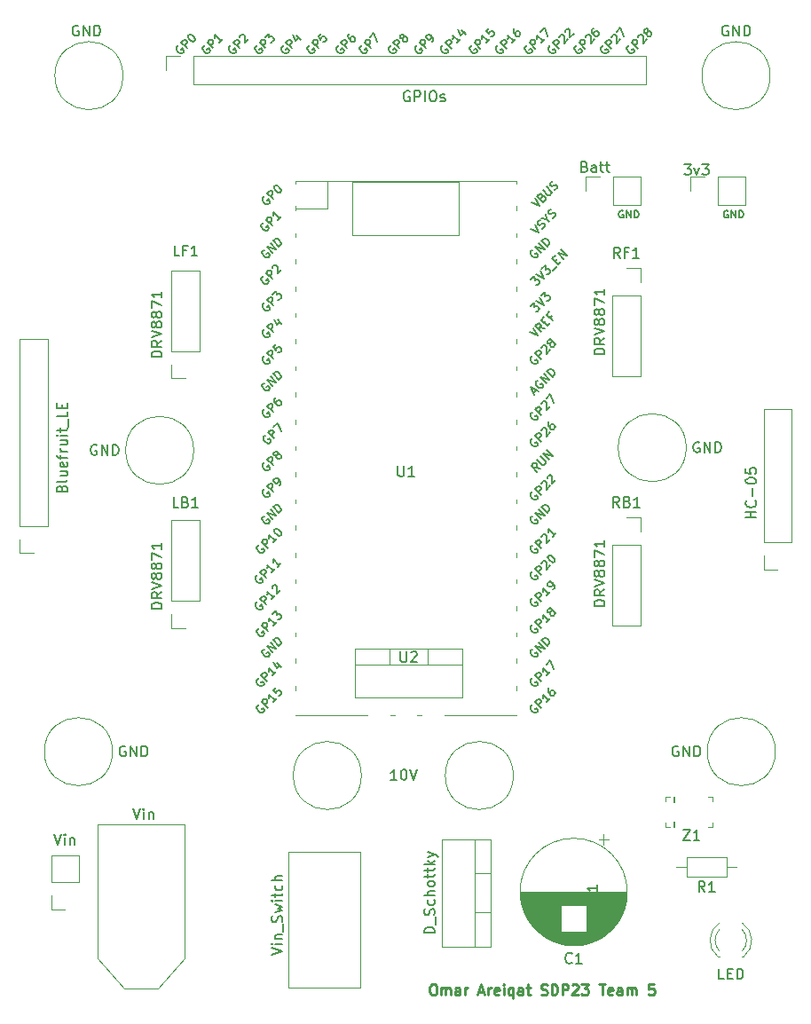
<source format=gbr>
%TF.GenerationSoftware,KiCad,Pcbnew,(6.0.9)*%
%TF.CreationDate,2022-12-13T14:22:10-05:00*%
%TF.ProjectId,Team5_Coaster_post_mdr_100x100,5465616d-355f-4436-9f61-737465725f70,rev?*%
%TF.SameCoordinates,Original*%
%TF.FileFunction,Legend,Top*%
%TF.FilePolarity,Positive*%
%FSLAX46Y46*%
G04 Gerber Fmt 4.6, Leading zero omitted, Abs format (unit mm)*
G04 Created by KiCad (PCBNEW (6.0.9)) date 2022-12-13 14:22:10*
%MOMM*%
%LPD*%
G01*
G04 APERTURE LIST*
%ADD10C,0.175000*%
%ADD11C,0.150000*%
%ADD12C,0.250000*%
%ADD13C,0.120000*%
%ADD14C,0.100000*%
G04 APERTURE END LIST*
D10*
X157466666Y-80150000D02*
X157400000Y-80116666D01*
X157300000Y-80116666D01*
X157200000Y-80150000D01*
X157133333Y-80216666D01*
X157100000Y-80283333D01*
X157066666Y-80416666D01*
X157066666Y-80516666D01*
X157100000Y-80650000D01*
X157133333Y-80716666D01*
X157200000Y-80783333D01*
X157300000Y-80816666D01*
X157366666Y-80816666D01*
X157466666Y-80783333D01*
X157500000Y-80750000D01*
X157500000Y-80516666D01*
X157366666Y-80516666D01*
X157800000Y-80816666D02*
X157800000Y-80116666D01*
X158200000Y-80816666D01*
X158200000Y-80116666D01*
X158533333Y-80816666D02*
X158533333Y-80116666D01*
X158700000Y-80116666D01*
X158800000Y-80150000D01*
X158866666Y-80216666D01*
X158900000Y-80283333D01*
X158933333Y-80416666D01*
X158933333Y-80516666D01*
X158900000Y-80650000D01*
X158866666Y-80716666D01*
X158800000Y-80783333D01*
X158700000Y-80816666D01*
X158533333Y-80816666D01*
X147466666Y-80150000D02*
X147400000Y-80116666D01*
X147300000Y-80116666D01*
X147200000Y-80150000D01*
X147133333Y-80216666D01*
X147100000Y-80283333D01*
X147066666Y-80416666D01*
X147066666Y-80516666D01*
X147100000Y-80650000D01*
X147133333Y-80716666D01*
X147200000Y-80783333D01*
X147300000Y-80816666D01*
X147366666Y-80816666D01*
X147466666Y-80783333D01*
X147500000Y-80750000D01*
X147500000Y-80516666D01*
X147366666Y-80516666D01*
X147800000Y-80816666D02*
X147800000Y-80116666D01*
X148200000Y-80816666D01*
X148200000Y-80116666D01*
X148533333Y-80816666D02*
X148533333Y-80116666D01*
X148700000Y-80116666D01*
X148800000Y-80150000D01*
X148866666Y-80216666D01*
X148900000Y-80283333D01*
X148933333Y-80416666D01*
X148933333Y-80516666D01*
X148900000Y-80650000D01*
X148866666Y-80716666D01*
X148800000Y-80783333D01*
X148700000Y-80816666D01*
X148533333Y-80816666D01*
D11*
X143043722Y-64390592D02*
X142962910Y-64417529D01*
X142882097Y-64498341D01*
X142828223Y-64606091D01*
X142828223Y-64713841D01*
X142855160Y-64794653D01*
X142935972Y-64929340D01*
X143016784Y-65010152D01*
X143151471Y-65090964D01*
X143232284Y-65117902D01*
X143340033Y-65117902D01*
X143447783Y-65064027D01*
X143501658Y-65010152D01*
X143555532Y-64902402D01*
X143555532Y-64848528D01*
X143366971Y-64659966D01*
X143259221Y-64767715D01*
X143851844Y-64659966D02*
X143286158Y-64094280D01*
X143501658Y-63878781D01*
X143582470Y-63851844D01*
X143636345Y-63851844D01*
X143717157Y-63878781D01*
X143797969Y-63959593D01*
X143824906Y-64040406D01*
X143824906Y-64094280D01*
X143797969Y-64175093D01*
X143582470Y-64390592D01*
X143878781Y-63609407D02*
X143878781Y-63555532D01*
X143905719Y-63474720D01*
X144040406Y-63340033D01*
X144121218Y-63313096D01*
X144175093Y-63313096D01*
X144255905Y-63340033D01*
X144309780Y-63393908D01*
X144363654Y-63501658D01*
X144363654Y-64148155D01*
X144713841Y-63797969D01*
X144633028Y-62747410D02*
X144525279Y-62855160D01*
X144498341Y-62935972D01*
X144498341Y-62989847D01*
X144525279Y-63124534D01*
X144606091Y-63259221D01*
X144821590Y-63474720D01*
X144902402Y-63501658D01*
X144956277Y-63501658D01*
X145037089Y-63474720D01*
X145144839Y-63366971D01*
X145171776Y-63286158D01*
X145171776Y-63232284D01*
X145144839Y-63151471D01*
X145010152Y-63016784D01*
X144929340Y-62989847D01*
X144875465Y-62989847D01*
X144794653Y-63016784D01*
X144686903Y-63124534D01*
X144659966Y-63205346D01*
X144659966Y-63259221D01*
X144686903Y-63340033D01*
X138293722Y-64390592D02*
X138212910Y-64417529D01*
X138132097Y-64498341D01*
X138078223Y-64606091D01*
X138078223Y-64713841D01*
X138105160Y-64794653D01*
X138185972Y-64929340D01*
X138266784Y-65010152D01*
X138401471Y-65090964D01*
X138482284Y-65117902D01*
X138590033Y-65117902D01*
X138697783Y-65064027D01*
X138751658Y-65010152D01*
X138805532Y-64902402D01*
X138805532Y-64848528D01*
X138616971Y-64659966D01*
X138509221Y-64767715D01*
X139101844Y-64659966D02*
X138536158Y-64094280D01*
X138751658Y-63878781D01*
X138832470Y-63851844D01*
X138886345Y-63851844D01*
X138967157Y-63878781D01*
X139047969Y-63959593D01*
X139074906Y-64040406D01*
X139074906Y-64094280D01*
X139047969Y-64175093D01*
X138832470Y-64390592D01*
X139963841Y-63797969D02*
X139640592Y-64121218D01*
X139802216Y-63959593D02*
X139236531Y-63393908D01*
X139263468Y-63528595D01*
X139263468Y-63636345D01*
X139236531Y-63717157D01*
X139586717Y-63043722D02*
X139963841Y-62666598D01*
X140287089Y-63474720D01*
X105063096Y-64371218D02*
X104982284Y-64398155D01*
X104901471Y-64478967D01*
X104847597Y-64586717D01*
X104847597Y-64694467D01*
X104874534Y-64775279D01*
X104955346Y-64909966D01*
X105036158Y-64990778D01*
X105170845Y-65071590D01*
X105251658Y-65098528D01*
X105359407Y-65098528D01*
X105467157Y-65044653D01*
X105521032Y-64990778D01*
X105574906Y-64883028D01*
X105574906Y-64829154D01*
X105386345Y-64640592D01*
X105278595Y-64748341D01*
X105871218Y-64640592D02*
X105305532Y-64074906D01*
X105521032Y-63859407D01*
X105601844Y-63832470D01*
X105655719Y-63832470D01*
X105736531Y-63859407D01*
X105817343Y-63940219D01*
X105844280Y-64021032D01*
X105844280Y-64074906D01*
X105817343Y-64155719D01*
X105601844Y-64371218D01*
X105978967Y-63401471D02*
X106032842Y-63347597D01*
X106113654Y-63320659D01*
X106167529Y-63320659D01*
X106248341Y-63347597D01*
X106383028Y-63428409D01*
X106517715Y-63563096D01*
X106598528Y-63697783D01*
X106625465Y-63778595D01*
X106625465Y-63832470D01*
X106598528Y-63913282D01*
X106544653Y-63967157D01*
X106463841Y-63994094D01*
X106409966Y-63994094D01*
X106329154Y-63967157D01*
X106194467Y-63886345D01*
X106059780Y-63751658D01*
X105978967Y-63616971D01*
X105952030Y-63536158D01*
X105952030Y-63482284D01*
X105978967Y-63401471D01*
X133043722Y-64390592D02*
X132962910Y-64417529D01*
X132882097Y-64498341D01*
X132828223Y-64606091D01*
X132828223Y-64713841D01*
X132855160Y-64794653D01*
X132935972Y-64929340D01*
X133016784Y-65010152D01*
X133151471Y-65090964D01*
X133232284Y-65117902D01*
X133340033Y-65117902D01*
X133447783Y-65064027D01*
X133501658Y-65010152D01*
X133555532Y-64902402D01*
X133555532Y-64848528D01*
X133366971Y-64659966D01*
X133259221Y-64767715D01*
X133851844Y-64659966D02*
X133286158Y-64094280D01*
X133501658Y-63878781D01*
X133582470Y-63851844D01*
X133636345Y-63851844D01*
X133717157Y-63878781D01*
X133797969Y-63959593D01*
X133824906Y-64040406D01*
X133824906Y-64094280D01*
X133797969Y-64175093D01*
X133582470Y-64390592D01*
X134713841Y-63797969D02*
X134390592Y-64121218D01*
X134552216Y-63959593D02*
X133986531Y-63393908D01*
X134013468Y-63528595D01*
X134013468Y-63636345D01*
X133986531Y-63717157D01*
X134659966Y-62720473D02*
X134390592Y-62989847D01*
X134633028Y-63286158D01*
X134633028Y-63232284D01*
X134659966Y-63151471D01*
X134794653Y-63016784D01*
X134875465Y-62989847D01*
X134929340Y-62989847D01*
X135010152Y-63016784D01*
X135144839Y-63151471D01*
X135171776Y-63232284D01*
X135171776Y-63286158D01*
X135144839Y-63366971D01*
X135010152Y-63501658D01*
X134929340Y-63528595D01*
X134875465Y-63528595D01*
D12*
X129273809Y-153952380D02*
X129464285Y-153952380D01*
X129559523Y-154000000D01*
X129654761Y-154095238D01*
X129702380Y-154285714D01*
X129702380Y-154619047D01*
X129654761Y-154809523D01*
X129559523Y-154904761D01*
X129464285Y-154952380D01*
X129273809Y-154952380D01*
X129178571Y-154904761D01*
X129083333Y-154809523D01*
X129035714Y-154619047D01*
X129035714Y-154285714D01*
X129083333Y-154095238D01*
X129178571Y-154000000D01*
X129273809Y-153952380D01*
X130130952Y-154952380D02*
X130130952Y-154285714D01*
X130130952Y-154380952D02*
X130178571Y-154333333D01*
X130273809Y-154285714D01*
X130416666Y-154285714D01*
X130511904Y-154333333D01*
X130559523Y-154428571D01*
X130559523Y-154952380D01*
X130559523Y-154428571D02*
X130607142Y-154333333D01*
X130702380Y-154285714D01*
X130845238Y-154285714D01*
X130940476Y-154333333D01*
X130988095Y-154428571D01*
X130988095Y-154952380D01*
X131892857Y-154952380D02*
X131892857Y-154428571D01*
X131845238Y-154333333D01*
X131750000Y-154285714D01*
X131559523Y-154285714D01*
X131464285Y-154333333D01*
X131892857Y-154904761D02*
X131797619Y-154952380D01*
X131559523Y-154952380D01*
X131464285Y-154904761D01*
X131416666Y-154809523D01*
X131416666Y-154714285D01*
X131464285Y-154619047D01*
X131559523Y-154571428D01*
X131797619Y-154571428D01*
X131892857Y-154523809D01*
X132369047Y-154952380D02*
X132369047Y-154285714D01*
X132369047Y-154476190D02*
X132416666Y-154380952D01*
X132464285Y-154333333D01*
X132559523Y-154285714D01*
X132654761Y-154285714D01*
X133702380Y-154666666D02*
X134178571Y-154666666D01*
X133607142Y-154952380D02*
X133940476Y-153952380D01*
X134273809Y-154952380D01*
X134607142Y-154952380D02*
X134607142Y-154285714D01*
X134607142Y-154476190D02*
X134654761Y-154380952D01*
X134702380Y-154333333D01*
X134797619Y-154285714D01*
X134892857Y-154285714D01*
X135607142Y-154904761D02*
X135511904Y-154952380D01*
X135321428Y-154952380D01*
X135226190Y-154904761D01*
X135178571Y-154809523D01*
X135178571Y-154428571D01*
X135226190Y-154333333D01*
X135321428Y-154285714D01*
X135511904Y-154285714D01*
X135607142Y-154333333D01*
X135654761Y-154428571D01*
X135654761Y-154523809D01*
X135178571Y-154619047D01*
X136083333Y-154952380D02*
X136083333Y-154285714D01*
X136083333Y-153952380D02*
X136035714Y-154000000D01*
X136083333Y-154047619D01*
X136130952Y-154000000D01*
X136083333Y-153952380D01*
X136083333Y-154047619D01*
X136988095Y-154285714D02*
X136988095Y-155285714D01*
X136988095Y-154904761D02*
X136892857Y-154952380D01*
X136702380Y-154952380D01*
X136607142Y-154904761D01*
X136559523Y-154857142D01*
X136511904Y-154761904D01*
X136511904Y-154476190D01*
X136559523Y-154380952D01*
X136607142Y-154333333D01*
X136702380Y-154285714D01*
X136892857Y-154285714D01*
X136988095Y-154333333D01*
X137892857Y-154952380D02*
X137892857Y-154428571D01*
X137845238Y-154333333D01*
X137750000Y-154285714D01*
X137559523Y-154285714D01*
X137464285Y-154333333D01*
X137892857Y-154904761D02*
X137797619Y-154952380D01*
X137559523Y-154952380D01*
X137464285Y-154904761D01*
X137416666Y-154809523D01*
X137416666Y-154714285D01*
X137464285Y-154619047D01*
X137559523Y-154571428D01*
X137797619Y-154571428D01*
X137892857Y-154523809D01*
X138226190Y-154285714D02*
X138607142Y-154285714D01*
X138369047Y-153952380D02*
X138369047Y-154809523D01*
X138416666Y-154904761D01*
X138511904Y-154952380D01*
X138607142Y-154952380D01*
X139654761Y-154904761D02*
X139797619Y-154952380D01*
X140035714Y-154952380D01*
X140130952Y-154904761D01*
X140178571Y-154857142D01*
X140226190Y-154761904D01*
X140226190Y-154666666D01*
X140178571Y-154571428D01*
X140130952Y-154523809D01*
X140035714Y-154476190D01*
X139845238Y-154428571D01*
X139750000Y-154380952D01*
X139702380Y-154333333D01*
X139654761Y-154238095D01*
X139654761Y-154142857D01*
X139702380Y-154047619D01*
X139750000Y-154000000D01*
X139845238Y-153952380D01*
X140083333Y-153952380D01*
X140226190Y-154000000D01*
X140654761Y-154952380D02*
X140654761Y-153952380D01*
X140892857Y-153952380D01*
X141035714Y-154000000D01*
X141130952Y-154095238D01*
X141178571Y-154190476D01*
X141226190Y-154380952D01*
X141226190Y-154523809D01*
X141178571Y-154714285D01*
X141130952Y-154809523D01*
X141035714Y-154904761D01*
X140892857Y-154952380D01*
X140654761Y-154952380D01*
X141654761Y-154952380D02*
X141654761Y-153952380D01*
X142035714Y-153952380D01*
X142130952Y-154000000D01*
X142178571Y-154047619D01*
X142226190Y-154142857D01*
X142226190Y-154285714D01*
X142178571Y-154380952D01*
X142130952Y-154428571D01*
X142035714Y-154476190D01*
X141654761Y-154476190D01*
X142607142Y-154047619D02*
X142654761Y-154000000D01*
X142750000Y-153952380D01*
X142988095Y-153952380D01*
X143083333Y-154000000D01*
X143130952Y-154047619D01*
X143178571Y-154142857D01*
X143178571Y-154238095D01*
X143130952Y-154380952D01*
X142559523Y-154952380D01*
X143178571Y-154952380D01*
X143511904Y-153952380D02*
X144130952Y-153952380D01*
X143797619Y-154333333D01*
X143940476Y-154333333D01*
X144035714Y-154380952D01*
X144083333Y-154428571D01*
X144130952Y-154523809D01*
X144130952Y-154761904D01*
X144083333Y-154857142D01*
X144035714Y-154904761D01*
X143940476Y-154952380D01*
X143654761Y-154952380D01*
X143559523Y-154904761D01*
X143511904Y-154857142D01*
X145178571Y-153952380D02*
X145750000Y-153952380D01*
X145464285Y-154952380D02*
X145464285Y-153952380D01*
X146464285Y-154904761D02*
X146369047Y-154952380D01*
X146178571Y-154952380D01*
X146083333Y-154904761D01*
X146035714Y-154809523D01*
X146035714Y-154428571D01*
X146083333Y-154333333D01*
X146178571Y-154285714D01*
X146369047Y-154285714D01*
X146464285Y-154333333D01*
X146511904Y-154428571D01*
X146511904Y-154523809D01*
X146035714Y-154619047D01*
X147369047Y-154952380D02*
X147369047Y-154428571D01*
X147321428Y-154333333D01*
X147226190Y-154285714D01*
X147035714Y-154285714D01*
X146940476Y-154333333D01*
X147369047Y-154904761D02*
X147273809Y-154952380D01*
X147035714Y-154952380D01*
X146940476Y-154904761D01*
X146892857Y-154809523D01*
X146892857Y-154714285D01*
X146940476Y-154619047D01*
X147035714Y-154571428D01*
X147273809Y-154571428D01*
X147369047Y-154523809D01*
X147845238Y-154952380D02*
X147845238Y-154285714D01*
X147845238Y-154380952D02*
X147892857Y-154333333D01*
X147988095Y-154285714D01*
X148130952Y-154285714D01*
X148226190Y-154333333D01*
X148273809Y-154428571D01*
X148273809Y-154952380D01*
X148273809Y-154428571D02*
X148321428Y-154333333D01*
X148416666Y-154285714D01*
X148559523Y-154285714D01*
X148654761Y-154333333D01*
X148702380Y-154428571D01*
X148702380Y-154952380D01*
X150416666Y-153952380D02*
X149940476Y-153952380D01*
X149892857Y-154428571D01*
X149940476Y-154380952D01*
X150035714Y-154333333D01*
X150273809Y-154333333D01*
X150369047Y-154380952D01*
X150416666Y-154428571D01*
X150464285Y-154523809D01*
X150464285Y-154761904D01*
X150416666Y-154857142D01*
X150369047Y-154904761D01*
X150273809Y-154952380D01*
X150035714Y-154952380D01*
X149940476Y-154904761D01*
X149892857Y-154857142D01*
D11*
X130293722Y-64390592D02*
X130212910Y-64417529D01*
X130132097Y-64498341D01*
X130078223Y-64606091D01*
X130078223Y-64713841D01*
X130105160Y-64794653D01*
X130185972Y-64929340D01*
X130266784Y-65010152D01*
X130401471Y-65090964D01*
X130482284Y-65117902D01*
X130590033Y-65117902D01*
X130697783Y-65064027D01*
X130751658Y-65010152D01*
X130805532Y-64902402D01*
X130805532Y-64848528D01*
X130616971Y-64659966D01*
X130509221Y-64767715D01*
X131101844Y-64659966D02*
X130536158Y-64094280D01*
X130751658Y-63878781D01*
X130832470Y-63851844D01*
X130886345Y-63851844D01*
X130967157Y-63878781D01*
X131047969Y-63959593D01*
X131074906Y-64040406D01*
X131074906Y-64094280D01*
X131047969Y-64175093D01*
X130832470Y-64390592D01*
X131963841Y-63797969D02*
X131640592Y-64121218D01*
X131802216Y-63959593D02*
X131236531Y-63393908D01*
X131263468Y-63528595D01*
X131263468Y-63636345D01*
X131236531Y-63717157D01*
X132071590Y-62935972D02*
X132448714Y-63313096D01*
X131721404Y-62855160D02*
X131990778Y-63393908D01*
X132340964Y-63043722D01*
X117563096Y-64371218D02*
X117482284Y-64398155D01*
X117401471Y-64478967D01*
X117347597Y-64586717D01*
X117347597Y-64694467D01*
X117374534Y-64775279D01*
X117455346Y-64909966D01*
X117536158Y-64990778D01*
X117670845Y-65071590D01*
X117751658Y-65098528D01*
X117859407Y-65098528D01*
X117967157Y-65044653D01*
X118021032Y-64990778D01*
X118074906Y-64883028D01*
X118074906Y-64829154D01*
X117886345Y-64640592D01*
X117778595Y-64748341D01*
X118371218Y-64640592D02*
X117805532Y-64074906D01*
X118021032Y-63859407D01*
X118101844Y-63832470D01*
X118155719Y-63832470D01*
X118236531Y-63859407D01*
X118317343Y-63940219D01*
X118344280Y-64021032D01*
X118344280Y-64074906D01*
X118317343Y-64155719D01*
X118101844Y-64371218D01*
X118640592Y-63239847D02*
X118371218Y-63509221D01*
X118613654Y-63805532D01*
X118613654Y-63751658D01*
X118640592Y-63670845D01*
X118775279Y-63536158D01*
X118856091Y-63509221D01*
X118909966Y-63509221D01*
X118990778Y-63536158D01*
X119125465Y-63670845D01*
X119152402Y-63751658D01*
X119152402Y-63805532D01*
X119125465Y-63886345D01*
X118990778Y-64021032D01*
X118909966Y-64047969D01*
X118856091Y-64047969D01*
X107563096Y-64371218D02*
X107482284Y-64398155D01*
X107401471Y-64478967D01*
X107347597Y-64586717D01*
X107347597Y-64694467D01*
X107374534Y-64775279D01*
X107455346Y-64909966D01*
X107536158Y-64990778D01*
X107670845Y-65071590D01*
X107751658Y-65098528D01*
X107859407Y-65098528D01*
X107967157Y-65044653D01*
X108021032Y-64990778D01*
X108074906Y-64883028D01*
X108074906Y-64829154D01*
X107886345Y-64640592D01*
X107778595Y-64748341D01*
X108371218Y-64640592D02*
X107805532Y-64074906D01*
X108021032Y-63859407D01*
X108101844Y-63832470D01*
X108155719Y-63832470D01*
X108236531Y-63859407D01*
X108317343Y-63940219D01*
X108344280Y-64021032D01*
X108344280Y-64074906D01*
X108317343Y-64155719D01*
X108101844Y-64371218D01*
X109233215Y-63778595D02*
X108909966Y-64101844D01*
X109071590Y-63940219D02*
X108505905Y-63374534D01*
X108532842Y-63509221D01*
X108532842Y-63616971D01*
X108505905Y-63697783D01*
X148043722Y-64390592D02*
X147962910Y-64417529D01*
X147882097Y-64498341D01*
X147828223Y-64606091D01*
X147828223Y-64713841D01*
X147855160Y-64794653D01*
X147935972Y-64929340D01*
X148016784Y-65010152D01*
X148151471Y-65090964D01*
X148232284Y-65117902D01*
X148340033Y-65117902D01*
X148447783Y-65064027D01*
X148501658Y-65010152D01*
X148555532Y-64902402D01*
X148555532Y-64848528D01*
X148366971Y-64659966D01*
X148259221Y-64767715D01*
X148851844Y-64659966D02*
X148286158Y-64094280D01*
X148501658Y-63878781D01*
X148582470Y-63851844D01*
X148636345Y-63851844D01*
X148717157Y-63878781D01*
X148797969Y-63959593D01*
X148824906Y-64040406D01*
X148824906Y-64094280D01*
X148797969Y-64175093D01*
X148582470Y-64390592D01*
X148878781Y-63609407D02*
X148878781Y-63555532D01*
X148905719Y-63474720D01*
X149040406Y-63340033D01*
X149121218Y-63313096D01*
X149175093Y-63313096D01*
X149255905Y-63340033D01*
X149309780Y-63393908D01*
X149363654Y-63501658D01*
X149363654Y-64148155D01*
X149713841Y-63797969D01*
X149713841Y-63151471D02*
X149633028Y-63178409D01*
X149579154Y-63178409D01*
X149498341Y-63151471D01*
X149471404Y-63124534D01*
X149444467Y-63043722D01*
X149444467Y-62989847D01*
X149471404Y-62909035D01*
X149579154Y-62801285D01*
X149659966Y-62774348D01*
X149713841Y-62774348D01*
X149794653Y-62801285D01*
X149821590Y-62828223D01*
X149848528Y-62909035D01*
X149848528Y-62962910D01*
X149821590Y-63043722D01*
X149713841Y-63151471D01*
X149686903Y-63232284D01*
X149686903Y-63286158D01*
X149713841Y-63366971D01*
X149821590Y-63474720D01*
X149902402Y-63501658D01*
X149956277Y-63501658D01*
X150037089Y-63474720D01*
X150144839Y-63366971D01*
X150171776Y-63286158D01*
X150171776Y-63232284D01*
X150144839Y-63151471D01*
X150037089Y-63043722D01*
X149956277Y-63016784D01*
X149902402Y-63016784D01*
X149821590Y-63043722D01*
X120313096Y-64371218D02*
X120232284Y-64398155D01*
X120151471Y-64478967D01*
X120097597Y-64586717D01*
X120097597Y-64694467D01*
X120124534Y-64775279D01*
X120205346Y-64909966D01*
X120286158Y-64990778D01*
X120420845Y-65071590D01*
X120501658Y-65098528D01*
X120609407Y-65098528D01*
X120717157Y-65044653D01*
X120771032Y-64990778D01*
X120824906Y-64883028D01*
X120824906Y-64829154D01*
X120636345Y-64640592D01*
X120528595Y-64748341D01*
X121121218Y-64640592D02*
X120555532Y-64074906D01*
X120771032Y-63859407D01*
X120851844Y-63832470D01*
X120905719Y-63832470D01*
X120986531Y-63859407D01*
X121067343Y-63940219D01*
X121094280Y-64021032D01*
X121094280Y-64074906D01*
X121067343Y-64155719D01*
X120851844Y-64371218D01*
X121363654Y-63266784D02*
X121255905Y-63374534D01*
X121228967Y-63455346D01*
X121228967Y-63509221D01*
X121255905Y-63643908D01*
X121336717Y-63778595D01*
X121552216Y-63994094D01*
X121633028Y-64021032D01*
X121686903Y-64021032D01*
X121767715Y-63994094D01*
X121875465Y-63886345D01*
X121902402Y-63805532D01*
X121902402Y-63751658D01*
X121875465Y-63670845D01*
X121740778Y-63536158D01*
X121659966Y-63509221D01*
X121606091Y-63509221D01*
X121525279Y-63536158D01*
X121417529Y-63643908D01*
X121390592Y-63724720D01*
X121390592Y-63778595D01*
X121417529Y-63859407D01*
X125313096Y-64371218D02*
X125232284Y-64398155D01*
X125151471Y-64478967D01*
X125097597Y-64586717D01*
X125097597Y-64694467D01*
X125124534Y-64775279D01*
X125205346Y-64909966D01*
X125286158Y-64990778D01*
X125420845Y-65071590D01*
X125501658Y-65098528D01*
X125609407Y-65098528D01*
X125717157Y-65044653D01*
X125771032Y-64990778D01*
X125824906Y-64883028D01*
X125824906Y-64829154D01*
X125636345Y-64640592D01*
X125528595Y-64748341D01*
X126121218Y-64640592D02*
X125555532Y-64074906D01*
X125771032Y-63859407D01*
X125851844Y-63832470D01*
X125905719Y-63832470D01*
X125986531Y-63859407D01*
X126067343Y-63940219D01*
X126094280Y-64021032D01*
X126094280Y-64074906D01*
X126067343Y-64155719D01*
X125851844Y-64371218D01*
X126444467Y-63670845D02*
X126363654Y-63697783D01*
X126309780Y-63697783D01*
X126228967Y-63670845D01*
X126202030Y-63643908D01*
X126175093Y-63563096D01*
X126175093Y-63509221D01*
X126202030Y-63428409D01*
X126309780Y-63320659D01*
X126390592Y-63293722D01*
X126444467Y-63293722D01*
X126525279Y-63320659D01*
X126552216Y-63347597D01*
X126579154Y-63428409D01*
X126579154Y-63482284D01*
X126552216Y-63563096D01*
X126444467Y-63670845D01*
X126417529Y-63751658D01*
X126417529Y-63805532D01*
X126444467Y-63886345D01*
X126552216Y-63994094D01*
X126633028Y-64021032D01*
X126686903Y-64021032D01*
X126767715Y-63994094D01*
X126875465Y-63886345D01*
X126902402Y-63805532D01*
X126902402Y-63751658D01*
X126875465Y-63670845D01*
X126767715Y-63563096D01*
X126686903Y-63536158D01*
X126633028Y-63536158D01*
X126552216Y-63563096D01*
X127813096Y-64371218D02*
X127732284Y-64398155D01*
X127651471Y-64478967D01*
X127597597Y-64586717D01*
X127597597Y-64694467D01*
X127624534Y-64775279D01*
X127705346Y-64909966D01*
X127786158Y-64990778D01*
X127920845Y-65071590D01*
X128001658Y-65098528D01*
X128109407Y-65098528D01*
X128217157Y-65044653D01*
X128271032Y-64990778D01*
X128324906Y-64883028D01*
X128324906Y-64829154D01*
X128136345Y-64640592D01*
X128028595Y-64748341D01*
X128621218Y-64640592D02*
X128055532Y-64074906D01*
X128271032Y-63859407D01*
X128351844Y-63832470D01*
X128405719Y-63832470D01*
X128486531Y-63859407D01*
X128567343Y-63940219D01*
X128594280Y-64021032D01*
X128594280Y-64074906D01*
X128567343Y-64155719D01*
X128351844Y-64371218D01*
X129213841Y-64047969D02*
X129321590Y-63940219D01*
X129348528Y-63859407D01*
X129348528Y-63805532D01*
X129321590Y-63670845D01*
X129240778Y-63536158D01*
X129025279Y-63320659D01*
X128944467Y-63293722D01*
X128890592Y-63293722D01*
X128809780Y-63320659D01*
X128702030Y-63428409D01*
X128675093Y-63509221D01*
X128675093Y-63563096D01*
X128702030Y-63643908D01*
X128836717Y-63778595D01*
X128917529Y-63805532D01*
X128971404Y-63805532D01*
X129052216Y-63778595D01*
X129159966Y-63670845D01*
X129186903Y-63590033D01*
X129186903Y-63536158D01*
X129159966Y-63455346D01*
X110063096Y-64371218D02*
X109982284Y-64398155D01*
X109901471Y-64478967D01*
X109847597Y-64586717D01*
X109847597Y-64694467D01*
X109874534Y-64775279D01*
X109955346Y-64909966D01*
X110036158Y-64990778D01*
X110170845Y-65071590D01*
X110251658Y-65098528D01*
X110359407Y-65098528D01*
X110467157Y-65044653D01*
X110521032Y-64990778D01*
X110574906Y-64883028D01*
X110574906Y-64829154D01*
X110386345Y-64640592D01*
X110278595Y-64748341D01*
X110871218Y-64640592D02*
X110305532Y-64074906D01*
X110521032Y-63859407D01*
X110601844Y-63832470D01*
X110655719Y-63832470D01*
X110736531Y-63859407D01*
X110817343Y-63940219D01*
X110844280Y-64021032D01*
X110844280Y-64074906D01*
X110817343Y-64155719D01*
X110601844Y-64371218D01*
X110898155Y-63590033D02*
X110898155Y-63536158D01*
X110925093Y-63455346D01*
X111059780Y-63320659D01*
X111140592Y-63293722D01*
X111194467Y-63293722D01*
X111275279Y-63320659D01*
X111329154Y-63374534D01*
X111383028Y-63482284D01*
X111383028Y-64128781D01*
X111733215Y-63778595D01*
X140543722Y-64390592D02*
X140462910Y-64417529D01*
X140382097Y-64498341D01*
X140328223Y-64606091D01*
X140328223Y-64713841D01*
X140355160Y-64794653D01*
X140435972Y-64929340D01*
X140516784Y-65010152D01*
X140651471Y-65090964D01*
X140732284Y-65117902D01*
X140840033Y-65117902D01*
X140947783Y-65064027D01*
X141001658Y-65010152D01*
X141055532Y-64902402D01*
X141055532Y-64848528D01*
X140866971Y-64659966D01*
X140759221Y-64767715D01*
X141351844Y-64659966D02*
X140786158Y-64094280D01*
X141001658Y-63878781D01*
X141082470Y-63851844D01*
X141136345Y-63851844D01*
X141217157Y-63878781D01*
X141297969Y-63959593D01*
X141324906Y-64040406D01*
X141324906Y-64094280D01*
X141297969Y-64175093D01*
X141082470Y-64390592D01*
X141378781Y-63609407D02*
X141378781Y-63555532D01*
X141405719Y-63474720D01*
X141540406Y-63340033D01*
X141621218Y-63313096D01*
X141675093Y-63313096D01*
X141755905Y-63340033D01*
X141809780Y-63393908D01*
X141863654Y-63501658D01*
X141863654Y-64148155D01*
X142213841Y-63797969D01*
X141917529Y-63070659D02*
X141917529Y-63016784D01*
X141944467Y-62935972D01*
X142079154Y-62801285D01*
X142159966Y-62774348D01*
X142213841Y-62774348D01*
X142294653Y-62801285D01*
X142348528Y-62855160D01*
X142402402Y-62962910D01*
X142402402Y-63609407D01*
X142752589Y-63259221D01*
X115063096Y-64371218D02*
X114982284Y-64398155D01*
X114901471Y-64478967D01*
X114847597Y-64586717D01*
X114847597Y-64694467D01*
X114874534Y-64775279D01*
X114955346Y-64909966D01*
X115036158Y-64990778D01*
X115170845Y-65071590D01*
X115251658Y-65098528D01*
X115359407Y-65098528D01*
X115467157Y-65044653D01*
X115521032Y-64990778D01*
X115574906Y-64883028D01*
X115574906Y-64829154D01*
X115386345Y-64640592D01*
X115278595Y-64748341D01*
X115871218Y-64640592D02*
X115305532Y-64074906D01*
X115521032Y-63859407D01*
X115601844Y-63832470D01*
X115655719Y-63832470D01*
X115736531Y-63859407D01*
X115817343Y-63940219D01*
X115844280Y-64021032D01*
X115844280Y-64074906D01*
X115817343Y-64155719D01*
X115601844Y-64371218D01*
X116302216Y-63455346D02*
X116679340Y-63832470D01*
X115952030Y-63374534D02*
X116221404Y-63913282D01*
X116571590Y-63563096D01*
X145543722Y-64390592D02*
X145462910Y-64417529D01*
X145382097Y-64498341D01*
X145328223Y-64606091D01*
X145328223Y-64713841D01*
X145355160Y-64794653D01*
X145435972Y-64929340D01*
X145516784Y-65010152D01*
X145651471Y-65090964D01*
X145732284Y-65117902D01*
X145840033Y-65117902D01*
X145947783Y-65064027D01*
X146001658Y-65010152D01*
X146055532Y-64902402D01*
X146055532Y-64848528D01*
X145866971Y-64659966D01*
X145759221Y-64767715D01*
X146351844Y-64659966D02*
X145786158Y-64094280D01*
X146001658Y-63878781D01*
X146082470Y-63851844D01*
X146136345Y-63851844D01*
X146217157Y-63878781D01*
X146297969Y-63959593D01*
X146324906Y-64040406D01*
X146324906Y-64094280D01*
X146297969Y-64175093D01*
X146082470Y-64390592D01*
X146378781Y-63609407D02*
X146378781Y-63555532D01*
X146405719Y-63474720D01*
X146540406Y-63340033D01*
X146621218Y-63313096D01*
X146675093Y-63313096D01*
X146755905Y-63340033D01*
X146809780Y-63393908D01*
X146863654Y-63501658D01*
X146863654Y-64148155D01*
X147213841Y-63797969D01*
X146836717Y-63043722D02*
X147213841Y-62666598D01*
X147537089Y-63474720D01*
X135543722Y-64390592D02*
X135462910Y-64417529D01*
X135382097Y-64498341D01*
X135328223Y-64606091D01*
X135328223Y-64713841D01*
X135355160Y-64794653D01*
X135435972Y-64929340D01*
X135516784Y-65010152D01*
X135651471Y-65090964D01*
X135732284Y-65117902D01*
X135840033Y-65117902D01*
X135947783Y-65064027D01*
X136001658Y-65010152D01*
X136055532Y-64902402D01*
X136055532Y-64848528D01*
X135866971Y-64659966D01*
X135759221Y-64767715D01*
X136351844Y-64659966D02*
X135786158Y-64094280D01*
X136001658Y-63878781D01*
X136082470Y-63851844D01*
X136136345Y-63851844D01*
X136217157Y-63878781D01*
X136297969Y-63959593D01*
X136324906Y-64040406D01*
X136324906Y-64094280D01*
X136297969Y-64175093D01*
X136082470Y-64390592D01*
X137213841Y-63797969D02*
X136890592Y-64121218D01*
X137052216Y-63959593D02*
X136486531Y-63393908D01*
X136513468Y-63528595D01*
X136513468Y-63636345D01*
X136486531Y-63717157D01*
X137133028Y-62747410D02*
X137025279Y-62855160D01*
X136998341Y-62935972D01*
X136998341Y-62989847D01*
X137025279Y-63124534D01*
X137106091Y-63259221D01*
X137321590Y-63474720D01*
X137402402Y-63501658D01*
X137456277Y-63501658D01*
X137537089Y-63474720D01*
X137644839Y-63366971D01*
X137671776Y-63286158D01*
X137671776Y-63232284D01*
X137644839Y-63151471D01*
X137510152Y-63016784D01*
X137429340Y-62989847D01*
X137375465Y-62989847D01*
X137294653Y-63016784D01*
X137186903Y-63124534D01*
X137159966Y-63205346D01*
X137159966Y-63259221D01*
X137186903Y-63340033D01*
X112563096Y-64371218D02*
X112482284Y-64398155D01*
X112401471Y-64478967D01*
X112347597Y-64586717D01*
X112347597Y-64694467D01*
X112374534Y-64775279D01*
X112455346Y-64909966D01*
X112536158Y-64990778D01*
X112670845Y-65071590D01*
X112751658Y-65098528D01*
X112859407Y-65098528D01*
X112967157Y-65044653D01*
X113021032Y-64990778D01*
X113074906Y-64883028D01*
X113074906Y-64829154D01*
X112886345Y-64640592D01*
X112778595Y-64748341D01*
X113371218Y-64640592D02*
X112805532Y-64074906D01*
X113021032Y-63859407D01*
X113101844Y-63832470D01*
X113155719Y-63832470D01*
X113236531Y-63859407D01*
X113317343Y-63940219D01*
X113344280Y-64021032D01*
X113344280Y-64074906D01*
X113317343Y-64155719D01*
X113101844Y-64371218D01*
X113317343Y-63563096D02*
X113667529Y-63212910D01*
X113694467Y-63616971D01*
X113775279Y-63536158D01*
X113856091Y-63509221D01*
X113909966Y-63509221D01*
X113990778Y-63536158D01*
X114125465Y-63670845D01*
X114152402Y-63751658D01*
X114152402Y-63805532D01*
X114125465Y-63886345D01*
X113963841Y-64047969D01*
X113883028Y-64074906D01*
X113829154Y-64074906D01*
X122563096Y-64371218D02*
X122482284Y-64398155D01*
X122401471Y-64478967D01*
X122347597Y-64586717D01*
X122347597Y-64694467D01*
X122374534Y-64775279D01*
X122455346Y-64909966D01*
X122536158Y-64990778D01*
X122670845Y-65071590D01*
X122751658Y-65098528D01*
X122859407Y-65098528D01*
X122967157Y-65044653D01*
X123021032Y-64990778D01*
X123074906Y-64883028D01*
X123074906Y-64829154D01*
X122886345Y-64640592D01*
X122778595Y-64748341D01*
X123371218Y-64640592D02*
X122805532Y-64074906D01*
X123021032Y-63859407D01*
X123101844Y-63832470D01*
X123155719Y-63832470D01*
X123236531Y-63859407D01*
X123317343Y-63940219D01*
X123344280Y-64021032D01*
X123344280Y-64074906D01*
X123317343Y-64155719D01*
X123101844Y-64371218D01*
X123317343Y-63563096D02*
X123694467Y-63185972D01*
X124017715Y-63994094D01*
%TO.C,J11*%
X99988095Y-131250000D02*
X99892857Y-131202380D01*
X99750000Y-131202380D01*
X99607142Y-131250000D01*
X99511904Y-131345238D01*
X99464285Y-131440476D01*
X99416666Y-131630952D01*
X99416666Y-131773809D01*
X99464285Y-131964285D01*
X99511904Y-132059523D01*
X99607142Y-132154761D01*
X99750000Y-132202380D01*
X99845238Y-132202380D01*
X99988095Y-132154761D01*
X100035714Y-132107142D01*
X100035714Y-131773809D01*
X99845238Y-131773809D01*
X100464285Y-132202380D02*
X100464285Y-131202380D01*
X101035714Y-132202380D01*
X101035714Y-131202380D01*
X101511904Y-132202380D02*
X101511904Y-131202380D01*
X101750000Y-131202380D01*
X101892857Y-131250000D01*
X101988095Y-131345238D01*
X102035714Y-131440476D01*
X102083333Y-131630952D01*
X102083333Y-131773809D01*
X102035714Y-131964285D01*
X101988095Y-132059523D01*
X101892857Y-132154761D01*
X101750000Y-132202380D01*
X101511904Y-132202380D01*
%TO.C,RF1*%
X147179761Y-84632380D02*
X146846428Y-84156190D01*
X146608333Y-84632380D02*
X146608333Y-83632380D01*
X146989285Y-83632380D01*
X147084523Y-83680000D01*
X147132142Y-83727619D01*
X147179761Y-83822857D01*
X147179761Y-83965714D01*
X147132142Y-84060952D01*
X147084523Y-84108571D01*
X146989285Y-84156190D01*
X146608333Y-84156190D01*
X147941666Y-84108571D02*
X147608333Y-84108571D01*
X147608333Y-84632380D02*
X147608333Y-83632380D01*
X148084523Y-83632380D01*
X148989285Y-84632380D02*
X148417857Y-84632380D01*
X148703571Y-84632380D02*
X148703571Y-83632380D01*
X148608333Y-83775238D01*
X148513095Y-83870476D01*
X148417857Y-83918095D01*
X145702380Y-93845238D02*
X144702380Y-93845238D01*
X144702380Y-93607142D01*
X144750000Y-93464285D01*
X144845238Y-93369047D01*
X144940476Y-93321428D01*
X145130952Y-93273809D01*
X145273809Y-93273809D01*
X145464285Y-93321428D01*
X145559523Y-93369047D01*
X145654761Y-93464285D01*
X145702380Y-93607142D01*
X145702380Y-93845238D01*
X145702380Y-92273809D02*
X145226190Y-92607142D01*
X145702380Y-92845238D02*
X144702380Y-92845238D01*
X144702380Y-92464285D01*
X144750000Y-92369047D01*
X144797619Y-92321428D01*
X144892857Y-92273809D01*
X145035714Y-92273809D01*
X145130952Y-92321428D01*
X145178571Y-92369047D01*
X145226190Y-92464285D01*
X145226190Y-92845238D01*
X144702380Y-91988095D02*
X145702380Y-91654761D01*
X144702380Y-91321428D01*
X145130952Y-90845238D02*
X145083333Y-90940476D01*
X145035714Y-90988095D01*
X144940476Y-91035714D01*
X144892857Y-91035714D01*
X144797619Y-90988095D01*
X144750000Y-90940476D01*
X144702380Y-90845238D01*
X144702380Y-90654761D01*
X144750000Y-90559523D01*
X144797619Y-90511904D01*
X144892857Y-90464285D01*
X144940476Y-90464285D01*
X145035714Y-90511904D01*
X145083333Y-90559523D01*
X145130952Y-90654761D01*
X145130952Y-90845238D01*
X145178571Y-90940476D01*
X145226190Y-90988095D01*
X145321428Y-91035714D01*
X145511904Y-91035714D01*
X145607142Y-90988095D01*
X145654761Y-90940476D01*
X145702380Y-90845238D01*
X145702380Y-90654761D01*
X145654761Y-90559523D01*
X145607142Y-90511904D01*
X145511904Y-90464285D01*
X145321428Y-90464285D01*
X145226190Y-90511904D01*
X145178571Y-90559523D01*
X145130952Y-90654761D01*
X145130952Y-89892857D02*
X145083333Y-89988095D01*
X145035714Y-90035714D01*
X144940476Y-90083333D01*
X144892857Y-90083333D01*
X144797619Y-90035714D01*
X144750000Y-89988095D01*
X144702380Y-89892857D01*
X144702380Y-89702380D01*
X144750000Y-89607142D01*
X144797619Y-89559523D01*
X144892857Y-89511904D01*
X144940476Y-89511904D01*
X145035714Y-89559523D01*
X145083333Y-89607142D01*
X145130952Y-89702380D01*
X145130952Y-89892857D01*
X145178571Y-89988095D01*
X145226190Y-90035714D01*
X145321428Y-90083333D01*
X145511904Y-90083333D01*
X145607142Y-90035714D01*
X145654761Y-89988095D01*
X145702380Y-89892857D01*
X145702380Y-89702380D01*
X145654761Y-89607142D01*
X145607142Y-89559523D01*
X145511904Y-89511904D01*
X145321428Y-89511904D01*
X145226190Y-89559523D01*
X145178571Y-89607142D01*
X145130952Y-89702380D01*
X144702380Y-89178571D02*
X144702380Y-88511904D01*
X145702380Y-88940476D01*
X145702380Y-87607142D02*
X145702380Y-88178571D01*
X145702380Y-87892857D02*
X144702380Y-87892857D01*
X144845238Y-87988095D01*
X144940476Y-88083333D01*
X144988095Y-88178571D01*
%TO.C,J15*%
X157488095Y-62500000D02*
X157392857Y-62452380D01*
X157250000Y-62452380D01*
X157107142Y-62500000D01*
X157011904Y-62595238D01*
X156964285Y-62690476D01*
X156916666Y-62880952D01*
X156916666Y-63023809D01*
X156964285Y-63214285D01*
X157011904Y-63309523D01*
X157107142Y-63404761D01*
X157250000Y-63452380D01*
X157345238Y-63452380D01*
X157488095Y-63404761D01*
X157535714Y-63357142D01*
X157535714Y-63023809D01*
X157345238Y-63023809D01*
X157964285Y-63452380D02*
X157964285Y-62452380D01*
X158535714Y-63452380D01*
X158535714Y-62452380D01*
X159011904Y-63452380D02*
X159011904Y-62452380D01*
X159250000Y-62452380D01*
X159392857Y-62500000D01*
X159488095Y-62595238D01*
X159535714Y-62690476D01*
X159583333Y-62880952D01*
X159583333Y-63023809D01*
X159535714Y-63214285D01*
X159488095Y-63309523D01*
X159392857Y-63404761D01*
X159250000Y-63452380D01*
X159011904Y-63452380D01*
%TO.C,SW1*%
X113952380Y-151110523D02*
X114952380Y-150777190D01*
X113952380Y-150443857D01*
X114952380Y-150110523D02*
X114285714Y-150110523D01*
X113952380Y-150110523D02*
X114000000Y-150158142D01*
X114047619Y-150110523D01*
X114000000Y-150062904D01*
X113952380Y-150110523D01*
X114047619Y-150110523D01*
X114285714Y-149634333D02*
X114952380Y-149634333D01*
X114380952Y-149634333D02*
X114333333Y-149586714D01*
X114285714Y-149491476D01*
X114285714Y-149348619D01*
X114333333Y-149253380D01*
X114428571Y-149205761D01*
X114952380Y-149205761D01*
X115047619Y-148967666D02*
X115047619Y-148205761D01*
X114904761Y-148015285D02*
X114952380Y-147872428D01*
X114952380Y-147634333D01*
X114904761Y-147539095D01*
X114857142Y-147491476D01*
X114761904Y-147443857D01*
X114666666Y-147443857D01*
X114571428Y-147491476D01*
X114523809Y-147539095D01*
X114476190Y-147634333D01*
X114428571Y-147824809D01*
X114380952Y-147920047D01*
X114333333Y-147967666D01*
X114238095Y-148015285D01*
X114142857Y-148015285D01*
X114047619Y-147967666D01*
X114000000Y-147920047D01*
X113952380Y-147824809D01*
X113952380Y-147586714D01*
X114000000Y-147443857D01*
X114285714Y-147110523D02*
X114952380Y-146920047D01*
X114476190Y-146729571D01*
X114952380Y-146539095D01*
X114285714Y-146348619D01*
X114952380Y-145967666D02*
X114285714Y-145967666D01*
X113952380Y-145967666D02*
X114000000Y-146015285D01*
X114047619Y-145967666D01*
X114000000Y-145920047D01*
X113952380Y-145967666D01*
X114047619Y-145967666D01*
X114285714Y-145634333D02*
X114285714Y-145253380D01*
X113952380Y-145491476D02*
X114809523Y-145491476D01*
X114904761Y-145443857D01*
X114952380Y-145348619D01*
X114952380Y-145253380D01*
X114904761Y-144491476D02*
X114952380Y-144586714D01*
X114952380Y-144777190D01*
X114904761Y-144872428D01*
X114857142Y-144920047D01*
X114761904Y-144967666D01*
X114476190Y-144967666D01*
X114380952Y-144920047D01*
X114333333Y-144872428D01*
X114285714Y-144777190D01*
X114285714Y-144586714D01*
X114333333Y-144491476D01*
X114952380Y-144062904D02*
X113952380Y-144062904D01*
X114952380Y-143634333D02*
X114428571Y-143634333D01*
X114333333Y-143681952D01*
X114285714Y-143777190D01*
X114285714Y-143920047D01*
X114333333Y-144015285D01*
X114380952Y-144062904D01*
%TO.C,J13*%
X153309523Y-75702380D02*
X153928571Y-75702380D01*
X153595238Y-76083333D01*
X153738095Y-76083333D01*
X153833333Y-76130952D01*
X153880952Y-76178571D01*
X153928571Y-76273809D01*
X153928571Y-76511904D01*
X153880952Y-76607142D01*
X153833333Y-76654761D01*
X153738095Y-76702380D01*
X153452380Y-76702380D01*
X153357142Y-76654761D01*
X153309523Y-76607142D01*
X154261904Y-76035714D02*
X154500000Y-76702380D01*
X154738095Y-76035714D01*
X155023809Y-75702380D02*
X155642857Y-75702380D01*
X155309523Y-76083333D01*
X155452380Y-76083333D01*
X155547619Y-76130952D01*
X155595238Y-76178571D01*
X155642857Y-76273809D01*
X155642857Y-76511904D01*
X155595238Y-76607142D01*
X155547619Y-76654761D01*
X155452380Y-76702380D01*
X155166666Y-76702380D01*
X155071428Y-76654761D01*
X155023809Y-76607142D01*
%TO.C,J9*%
X93928571Y-106630952D02*
X93976190Y-106488095D01*
X94023809Y-106440476D01*
X94119047Y-106392857D01*
X94261904Y-106392857D01*
X94357142Y-106440476D01*
X94404761Y-106488095D01*
X94452380Y-106583333D01*
X94452380Y-106964285D01*
X93452380Y-106964285D01*
X93452380Y-106630952D01*
X93500000Y-106535714D01*
X93547619Y-106488095D01*
X93642857Y-106440476D01*
X93738095Y-106440476D01*
X93833333Y-106488095D01*
X93880952Y-106535714D01*
X93928571Y-106630952D01*
X93928571Y-106964285D01*
X94452380Y-105821428D02*
X94404761Y-105916666D01*
X94309523Y-105964285D01*
X93452380Y-105964285D01*
X93785714Y-105011904D02*
X94452380Y-105011904D01*
X93785714Y-105440476D02*
X94309523Y-105440476D01*
X94404761Y-105392857D01*
X94452380Y-105297619D01*
X94452380Y-105154761D01*
X94404761Y-105059523D01*
X94357142Y-105011904D01*
X94404761Y-104154761D02*
X94452380Y-104250000D01*
X94452380Y-104440476D01*
X94404761Y-104535714D01*
X94309523Y-104583333D01*
X93928571Y-104583333D01*
X93833333Y-104535714D01*
X93785714Y-104440476D01*
X93785714Y-104250000D01*
X93833333Y-104154761D01*
X93928571Y-104107142D01*
X94023809Y-104107142D01*
X94119047Y-104583333D01*
X93785714Y-103821428D02*
X93785714Y-103440476D01*
X94452380Y-103678571D02*
X93595238Y-103678571D01*
X93500000Y-103630952D01*
X93452380Y-103535714D01*
X93452380Y-103440476D01*
X94452380Y-103107142D02*
X93785714Y-103107142D01*
X93976190Y-103107142D02*
X93880952Y-103059523D01*
X93833333Y-103011904D01*
X93785714Y-102916666D01*
X93785714Y-102821428D01*
X93785714Y-102059523D02*
X94452380Y-102059523D01*
X93785714Y-102488095D02*
X94309523Y-102488095D01*
X94404761Y-102440476D01*
X94452380Y-102345238D01*
X94452380Y-102202380D01*
X94404761Y-102107142D01*
X94357142Y-102059523D01*
X94452380Y-101583333D02*
X93785714Y-101583333D01*
X93452380Y-101583333D02*
X93500000Y-101630952D01*
X93547619Y-101583333D01*
X93500000Y-101535714D01*
X93452380Y-101583333D01*
X93547619Y-101583333D01*
X93785714Y-101250000D02*
X93785714Y-100869047D01*
X93452380Y-101107142D02*
X94309523Y-101107142D01*
X94404761Y-101059523D01*
X94452380Y-100964285D01*
X94452380Y-100869047D01*
X94547619Y-100773809D02*
X94547619Y-100011904D01*
X94452380Y-99297619D02*
X94452380Y-99773809D01*
X93452380Y-99773809D01*
X93928571Y-98964285D02*
X93928571Y-98630952D01*
X94452380Y-98488095D02*
X94452380Y-98964285D01*
X93452380Y-98964285D01*
X93452380Y-98488095D01*
%TO.C,Z1*%
X153190476Y-139202380D02*
X153857142Y-139202380D01*
X153190476Y-140202380D01*
X153857142Y-140202380D01*
X154761904Y-140202380D02*
X154190476Y-140202380D01*
X154476190Y-140202380D02*
X154476190Y-139202380D01*
X154380952Y-139345238D01*
X154285714Y-139440476D01*
X154190476Y-139488095D01*
%TO.C,D3*%
X157107142Y-153452380D02*
X156630952Y-153452380D01*
X156630952Y-152452380D01*
X157440476Y-152928571D02*
X157773809Y-152928571D01*
X157916666Y-153452380D02*
X157440476Y-153452380D01*
X157440476Y-152452380D01*
X157916666Y-152452380D01*
X158345238Y-153452380D02*
X158345238Y-152452380D01*
X158583333Y-152452380D01*
X158726190Y-152500000D01*
X158821428Y-152595238D01*
X158869047Y-152690476D01*
X158916666Y-152880952D01*
X158916666Y-153023809D01*
X158869047Y-153214285D01*
X158821428Y-153309523D01*
X158726190Y-153404761D01*
X158583333Y-153452380D01*
X158345238Y-153452380D01*
%TO.C,D1*%
X145027380Y-145988095D02*
X144027380Y-145988095D01*
X144027380Y-145750000D01*
X144075000Y-145607142D01*
X144170238Y-145511904D01*
X144265476Y-145464285D01*
X144455952Y-145416666D01*
X144598809Y-145416666D01*
X144789285Y-145464285D01*
X144884523Y-145511904D01*
X144979761Y-145607142D01*
X145027380Y-145750000D01*
X145027380Y-145988095D01*
X145027380Y-144464285D02*
X145027380Y-145035714D01*
X145027380Y-144750000D02*
X144027380Y-144750000D01*
X144170238Y-144845238D01*
X144265476Y-144940476D01*
X144313095Y-145035714D01*
X129507380Y-149044877D02*
X128507380Y-149044877D01*
X128507380Y-148806782D01*
X128555000Y-148663925D01*
X128650238Y-148568687D01*
X128745476Y-148521068D01*
X128935952Y-148473449D01*
X129078809Y-148473449D01*
X129269285Y-148521068D01*
X129364523Y-148568687D01*
X129459761Y-148663925D01*
X129507380Y-148806782D01*
X129507380Y-149044877D01*
X129602619Y-148282973D02*
X129602619Y-147521068D01*
X129459761Y-147330592D02*
X129507380Y-147187734D01*
X129507380Y-146949639D01*
X129459761Y-146854401D01*
X129412142Y-146806782D01*
X129316904Y-146759163D01*
X129221666Y-146759163D01*
X129126428Y-146806782D01*
X129078809Y-146854401D01*
X129031190Y-146949639D01*
X128983571Y-147140115D01*
X128935952Y-147235354D01*
X128888333Y-147282973D01*
X128793095Y-147330592D01*
X128697857Y-147330592D01*
X128602619Y-147282973D01*
X128555000Y-147235354D01*
X128507380Y-147140115D01*
X128507380Y-146902020D01*
X128555000Y-146759163D01*
X129459761Y-145902020D02*
X129507380Y-145997258D01*
X129507380Y-146187734D01*
X129459761Y-146282973D01*
X129412142Y-146330592D01*
X129316904Y-146378211D01*
X129031190Y-146378211D01*
X128935952Y-146330592D01*
X128888333Y-146282973D01*
X128840714Y-146187734D01*
X128840714Y-145997258D01*
X128888333Y-145902020D01*
X129507380Y-145473449D02*
X128507380Y-145473449D01*
X129507380Y-145044877D02*
X128983571Y-145044877D01*
X128888333Y-145092496D01*
X128840714Y-145187734D01*
X128840714Y-145330592D01*
X128888333Y-145425830D01*
X128935952Y-145473449D01*
X129507380Y-144425830D02*
X129459761Y-144521068D01*
X129412142Y-144568687D01*
X129316904Y-144616306D01*
X129031190Y-144616306D01*
X128935952Y-144568687D01*
X128888333Y-144521068D01*
X128840714Y-144425830D01*
X128840714Y-144282973D01*
X128888333Y-144187734D01*
X128935952Y-144140115D01*
X129031190Y-144092496D01*
X129316904Y-144092496D01*
X129412142Y-144140115D01*
X129459761Y-144187734D01*
X129507380Y-144282973D01*
X129507380Y-144425830D01*
X128840714Y-143806782D02*
X128840714Y-143425830D01*
X128507380Y-143663925D02*
X129364523Y-143663925D01*
X129459761Y-143616306D01*
X129507380Y-143521068D01*
X129507380Y-143425830D01*
X128840714Y-143235354D02*
X128840714Y-142854401D01*
X128507380Y-143092496D02*
X129364523Y-143092496D01*
X129459761Y-143044877D01*
X129507380Y-142949639D01*
X129507380Y-142854401D01*
X129507380Y-142521068D02*
X128507380Y-142521068D01*
X129126428Y-142425830D02*
X129507380Y-142140115D01*
X128840714Y-142140115D02*
X129221666Y-142521068D01*
X128840714Y-141806782D02*
X129507380Y-141568687D01*
X128840714Y-141330592D02*
X129507380Y-141568687D01*
X129745476Y-141663925D01*
X129793095Y-141711544D01*
X129840714Y-141806782D01*
%TO.C,J14*%
X152738095Y-131250000D02*
X152642857Y-131202380D01*
X152500000Y-131202380D01*
X152357142Y-131250000D01*
X152261904Y-131345238D01*
X152214285Y-131440476D01*
X152166666Y-131630952D01*
X152166666Y-131773809D01*
X152214285Y-131964285D01*
X152261904Y-132059523D01*
X152357142Y-132154761D01*
X152500000Y-132202380D01*
X152595238Y-132202380D01*
X152738095Y-132154761D01*
X152785714Y-132107142D01*
X152785714Y-131773809D01*
X152595238Y-131773809D01*
X153214285Y-132202380D02*
X153214285Y-131202380D01*
X153785714Y-132202380D01*
X153785714Y-131202380D01*
X154261904Y-132202380D02*
X154261904Y-131202380D01*
X154500000Y-131202380D01*
X154642857Y-131250000D01*
X154738095Y-131345238D01*
X154785714Y-131440476D01*
X154833333Y-131630952D01*
X154833333Y-131773809D01*
X154785714Y-131964285D01*
X154738095Y-132059523D01*
X154642857Y-132154761D01*
X154500000Y-132202380D01*
X154261904Y-132202380D01*
%TO.C,J12*%
X97238095Y-102500000D02*
X97142857Y-102452380D01*
X97000000Y-102452380D01*
X96857142Y-102500000D01*
X96761904Y-102595238D01*
X96714285Y-102690476D01*
X96666666Y-102880952D01*
X96666666Y-103023809D01*
X96714285Y-103214285D01*
X96761904Y-103309523D01*
X96857142Y-103404761D01*
X97000000Y-103452380D01*
X97095238Y-103452380D01*
X97238095Y-103404761D01*
X97285714Y-103357142D01*
X97285714Y-103023809D01*
X97095238Y-103023809D01*
X97714285Y-103452380D02*
X97714285Y-102452380D01*
X98285714Y-103452380D01*
X98285714Y-102452380D01*
X98761904Y-103452380D02*
X98761904Y-102452380D01*
X99000000Y-102452380D01*
X99142857Y-102500000D01*
X99238095Y-102595238D01*
X99285714Y-102690476D01*
X99333333Y-102880952D01*
X99333333Y-103023809D01*
X99285714Y-103214285D01*
X99238095Y-103309523D01*
X99142857Y-103404761D01*
X99000000Y-103452380D01*
X98761904Y-103452380D01*
%TO.C,J8*%
X127095238Y-68750000D02*
X127000000Y-68702380D01*
X126857142Y-68702380D01*
X126714285Y-68750000D01*
X126619047Y-68845238D01*
X126571428Y-68940476D01*
X126523809Y-69130952D01*
X126523809Y-69273809D01*
X126571428Y-69464285D01*
X126619047Y-69559523D01*
X126714285Y-69654761D01*
X126857142Y-69702380D01*
X126952380Y-69702380D01*
X127095238Y-69654761D01*
X127142857Y-69607142D01*
X127142857Y-69273809D01*
X126952380Y-69273809D01*
X127571428Y-69702380D02*
X127571428Y-68702380D01*
X127952380Y-68702380D01*
X128047619Y-68750000D01*
X128095238Y-68797619D01*
X128142857Y-68892857D01*
X128142857Y-69035714D01*
X128095238Y-69130952D01*
X128047619Y-69178571D01*
X127952380Y-69226190D01*
X127571428Y-69226190D01*
X128571428Y-69702380D02*
X128571428Y-68702380D01*
X129238095Y-68702380D02*
X129428571Y-68702380D01*
X129523809Y-68750000D01*
X129619047Y-68845238D01*
X129666666Y-69035714D01*
X129666666Y-69369047D01*
X129619047Y-69559523D01*
X129523809Y-69654761D01*
X129428571Y-69702380D01*
X129238095Y-69702380D01*
X129142857Y-69654761D01*
X129047619Y-69559523D01*
X129000000Y-69369047D01*
X129000000Y-69035714D01*
X129047619Y-68845238D01*
X129142857Y-68750000D01*
X129238095Y-68702380D01*
X130047619Y-69654761D02*
X130142857Y-69702380D01*
X130333333Y-69702380D01*
X130428571Y-69654761D01*
X130476190Y-69559523D01*
X130476190Y-69511904D01*
X130428571Y-69416666D01*
X130333333Y-69369047D01*
X130190476Y-69369047D01*
X130095238Y-69321428D01*
X130047619Y-69226190D01*
X130047619Y-69178571D01*
X130095238Y-69083333D01*
X130190476Y-69035714D01*
X130333333Y-69035714D01*
X130428571Y-69083333D01*
%TO.C,C1*%
X142583333Y-151857142D02*
X142535714Y-151904761D01*
X142392857Y-151952380D01*
X142297619Y-151952380D01*
X142154761Y-151904761D01*
X142059523Y-151809523D01*
X142011904Y-151714285D01*
X141964285Y-151523809D01*
X141964285Y-151380952D01*
X142011904Y-151190476D01*
X142059523Y-151095238D01*
X142154761Y-151000000D01*
X142297619Y-150952380D01*
X142392857Y-150952380D01*
X142535714Y-151000000D01*
X142583333Y-151047619D01*
X143535714Y-151952380D02*
X142964285Y-151952380D01*
X143250000Y-151952380D02*
X143250000Y-150952380D01*
X143154761Y-151095238D01*
X143059523Y-151190476D01*
X142964285Y-151238095D01*
%TO.C,J5*%
X95488095Y-62500000D02*
X95392857Y-62452380D01*
X95250000Y-62452380D01*
X95107142Y-62500000D01*
X95011904Y-62595238D01*
X94964285Y-62690476D01*
X94916666Y-62880952D01*
X94916666Y-63023809D01*
X94964285Y-63214285D01*
X95011904Y-63309523D01*
X95107142Y-63404761D01*
X95250000Y-63452380D01*
X95345238Y-63452380D01*
X95488095Y-63404761D01*
X95535714Y-63357142D01*
X95535714Y-63023809D01*
X95345238Y-63023809D01*
X95964285Y-63452380D02*
X95964285Y-62452380D01*
X96535714Y-63452380D01*
X96535714Y-62452380D01*
X97011904Y-63452380D02*
X97011904Y-62452380D01*
X97250000Y-62452380D01*
X97392857Y-62500000D01*
X97488095Y-62595238D01*
X97535714Y-62690476D01*
X97583333Y-62880952D01*
X97583333Y-63023809D01*
X97535714Y-63214285D01*
X97488095Y-63309523D01*
X97392857Y-63404761D01*
X97250000Y-63452380D01*
X97011904Y-63452380D01*
%TO.C,U2*%
X126238095Y-122202380D02*
X126238095Y-123011904D01*
X126285714Y-123107142D01*
X126333333Y-123154761D01*
X126428571Y-123202380D01*
X126619047Y-123202380D01*
X126714285Y-123154761D01*
X126761904Y-123107142D01*
X126809523Y-123011904D01*
X126809523Y-122202380D01*
X127238095Y-122297619D02*
X127285714Y-122250000D01*
X127380952Y-122202380D01*
X127619047Y-122202380D01*
X127714285Y-122250000D01*
X127761904Y-122297619D01*
X127809523Y-122392857D01*
X127809523Y-122488095D01*
X127761904Y-122630952D01*
X127190476Y-123202380D01*
X127809523Y-123202380D01*
%TO.C,J2*%
X160177380Y-109432142D02*
X159177380Y-109432142D01*
X159653571Y-109432142D02*
X159653571Y-108860714D01*
X160177380Y-108860714D02*
X159177380Y-108860714D01*
X160082142Y-107813095D02*
X160129761Y-107860714D01*
X160177380Y-108003571D01*
X160177380Y-108098809D01*
X160129761Y-108241666D01*
X160034523Y-108336904D01*
X159939285Y-108384523D01*
X159748809Y-108432142D01*
X159605952Y-108432142D01*
X159415476Y-108384523D01*
X159320238Y-108336904D01*
X159225000Y-108241666D01*
X159177380Y-108098809D01*
X159177380Y-108003571D01*
X159225000Y-107860714D01*
X159272619Y-107813095D01*
X159796428Y-107384523D02*
X159796428Y-106622619D01*
X159177380Y-105955952D02*
X159177380Y-105860714D01*
X159225000Y-105765476D01*
X159272619Y-105717857D01*
X159367857Y-105670238D01*
X159558333Y-105622619D01*
X159796428Y-105622619D01*
X159986904Y-105670238D01*
X160082142Y-105717857D01*
X160129761Y-105765476D01*
X160177380Y-105860714D01*
X160177380Y-105955952D01*
X160129761Y-106051190D01*
X160082142Y-106098809D01*
X159986904Y-106146428D01*
X159796428Y-106194047D01*
X159558333Y-106194047D01*
X159367857Y-106146428D01*
X159272619Y-106098809D01*
X159225000Y-106051190D01*
X159177380Y-105955952D01*
X159177380Y-104717857D02*
X159177380Y-105194047D01*
X159653571Y-105241666D01*
X159605952Y-105194047D01*
X159558333Y-105098809D01*
X159558333Y-104860714D01*
X159605952Y-104765476D01*
X159653571Y-104717857D01*
X159748809Y-104670238D01*
X159986904Y-104670238D01*
X160082142Y-104717857D01*
X160129761Y-104765476D01*
X160177380Y-104860714D01*
X160177380Y-105098809D01*
X160129761Y-105194047D01*
X160082142Y-105241666D01*
%TO.C,J4*%
X143797619Y-75928571D02*
X143940476Y-75976190D01*
X143988095Y-76023809D01*
X144035714Y-76119047D01*
X144035714Y-76261904D01*
X143988095Y-76357142D01*
X143940476Y-76404761D01*
X143845238Y-76452380D01*
X143464285Y-76452380D01*
X143464285Y-75452380D01*
X143797619Y-75452380D01*
X143892857Y-75500000D01*
X143940476Y-75547619D01*
X143988095Y-75642857D01*
X143988095Y-75738095D01*
X143940476Y-75833333D01*
X143892857Y-75880952D01*
X143797619Y-75928571D01*
X143464285Y-75928571D01*
X144892857Y-76452380D02*
X144892857Y-75928571D01*
X144845238Y-75833333D01*
X144750000Y-75785714D01*
X144559523Y-75785714D01*
X144464285Y-75833333D01*
X144892857Y-76404761D02*
X144797619Y-76452380D01*
X144559523Y-76452380D01*
X144464285Y-76404761D01*
X144416666Y-76309523D01*
X144416666Y-76214285D01*
X144464285Y-76119047D01*
X144559523Y-76071428D01*
X144797619Y-76071428D01*
X144892857Y-76023809D01*
X145226190Y-75785714D02*
X145607142Y-75785714D01*
X145369047Y-75452380D02*
X145369047Y-76309523D01*
X145416666Y-76404761D01*
X145511904Y-76452380D01*
X145607142Y-76452380D01*
X145797619Y-75785714D02*
X146178571Y-75785714D01*
X145940476Y-75452380D02*
X145940476Y-76309523D01*
X145988095Y-76404761D01*
X146083333Y-76452380D01*
X146178571Y-76452380D01*
%TO.C,J1*%
X100726190Y-137202380D02*
X101059523Y-138202380D01*
X101392857Y-137202380D01*
X101726190Y-138202380D02*
X101726190Y-137535714D01*
X101726190Y-137202380D02*
X101678571Y-137250000D01*
X101726190Y-137297619D01*
X101773809Y-137250000D01*
X101726190Y-137202380D01*
X101726190Y-137297619D01*
X102202380Y-137535714D02*
X102202380Y-138202380D01*
X102202380Y-137630952D02*
X102250000Y-137583333D01*
X102345238Y-137535714D01*
X102488095Y-137535714D01*
X102583333Y-137583333D01*
X102630952Y-137678571D01*
X102630952Y-138202380D01*
%TO.C,J6*%
X93201190Y-139642380D02*
X93534523Y-140642380D01*
X93867857Y-139642380D01*
X94201190Y-140642380D02*
X94201190Y-139975714D01*
X94201190Y-139642380D02*
X94153571Y-139690000D01*
X94201190Y-139737619D01*
X94248809Y-139690000D01*
X94201190Y-139642380D01*
X94201190Y-139737619D01*
X94677380Y-139975714D02*
X94677380Y-140642380D01*
X94677380Y-140070952D02*
X94725000Y-140023333D01*
X94820238Y-139975714D01*
X94963095Y-139975714D01*
X95058333Y-140023333D01*
X95105952Y-140118571D01*
X95105952Y-140642380D01*
%TO.C,R1*%
X155273333Y-145122380D02*
X154940000Y-144646190D01*
X154701904Y-145122380D02*
X154701904Y-144122380D01*
X155082857Y-144122380D01*
X155178095Y-144170000D01*
X155225714Y-144217619D01*
X155273333Y-144312857D01*
X155273333Y-144455714D01*
X155225714Y-144550952D01*
X155178095Y-144598571D01*
X155082857Y-144646190D01*
X154701904Y-144646190D01*
X156225714Y-145122380D02*
X155654285Y-145122380D01*
X155940000Y-145122380D02*
X155940000Y-144122380D01*
X155844761Y-144265238D01*
X155749523Y-144360476D01*
X155654285Y-144408095D01*
%TO.C,LB1*%
X105058333Y-108452380D02*
X104582142Y-108452380D01*
X104582142Y-107452380D01*
X105725000Y-107928571D02*
X105867857Y-107976190D01*
X105915476Y-108023809D01*
X105963095Y-108119047D01*
X105963095Y-108261904D01*
X105915476Y-108357142D01*
X105867857Y-108404761D01*
X105772619Y-108452380D01*
X105391666Y-108452380D01*
X105391666Y-107452380D01*
X105725000Y-107452380D01*
X105820238Y-107500000D01*
X105867857Y-107547619D01*
X105915476Y-107642857D01*
X105915476Y-107738095D01*
X105867857Y-107833333D01*
X105820238Y-107880952D01*
X105725000Y-107928571D01*
X105391666Y-107928571D01*
X106915476Y-108452380D02*
X106344047Y-108452380D01*
X106629761Y-108452380D02*
X106629761Y-107452380D01*
X106534523Y-107595238D01*
X106439285Y-107690476D01*
X106344047Y-107738095D01*
X103452380Y-118095238D02*
X102452380Y-118095238D01*
X102452380Y-117857142D01*
X102500000Y-117714285D01*
X102595238Y-117619047D01*
X102690476Y-117571428D01*
X102880952Y-117523809D01*
X103023809Y-117523809D01*
X103214285Y-117571428D01*
X103309523Y-117619047D01*
X103404761Y-117714285D01*
X103452380Y-117857142D01*
X103452380Y-118095238D01*
X103452380Y-116523809D02*
X102976190Y-116857142D01*
X103452380Y-117095238D02*
X102452380Y-117095238D01*
X102452380Y-116714285D01*
X102500000Y-116619047D01*
X102547619Y-116571428D01*
X102642857Y-116523809D01*
X102785714Y-116523809D01*
X102880952Y-116571428D01*
X102928571Y-116619047D01*
X102976190Y-116714285D01*
X102976190Y-117095238D01*
X102452380Y-116238095D02*
X103452380Y-115904761D01*
X102452380Y-115571428D01*
X102880952Y-115095238D02*
X102833333Y-115190476D01*
X102785714Y-115238095D01*
X102690476Y-115285714D01*
X102642857Y-115285714D01*
X102547619Y-115238095D01*
X102500000Y-115190476D01*
X102452380Y-115095238D01*
X102452380Y-114904761D01*
X102500000Y-114809523D01*
X102547619Y-114761904D01*
X102642857Y-114714285D01*
X102690476Y-114714285D01*
X102785714Y-114761904D01*
X102833333Y-114809523D01*
X102880952Y-114904761D01*
X102880952Y-115095238D01*
X102928571Y-115190476D01*
X102976190Y-115238095D01*
X103071428Y-115285714D01*
X103261904Y-115285714D01*
X103357142Y-115238095D01*
X103404761Y-115190476D01*
X103452380Y-115095238D01*
X103452380Y-114904761D01*
X103404761Y-114809523D01*
X103357142Y-114761904D01*
X103261904Y-114714285D01*
X103071428Y-114714285D01*
X102976190Y-114761904D01*
X102928571Y-114809523D01*
X102880952Y-114904761D01*
X102880952Y-114142857D02*
X102833333Y-114238095D01*
X102785714Y-114285714D01*
X102690476Y-114333333D01*
X102642857Y-114333333D01*
X102547619Y-114285714D01*
X102500000Y-114238095D01*
X102452380Y-114142857D01*
X102452380Y-113952380D01*
X102500000Y-113857142D01*
X102547619Y-113809523D01*
X102642857Y-113761904D01*
X102690476Y-113761904D01*
X102785714Y-113809523D01*
X102833333Y-113857142D01*
X102880952Y-113952380D01*
X102880952Y-114142857D01*
X102928571Y-114238095D01*
X102976190Y-114285714D01*
X103071428Y-114333333D01*
X103261904Y-114333333D01*
X103357142Y-114285714D01*
X103404761Y-114238095D01*
X103452380Y-114142857D01*
X103452380Y-113952380D01*
X103404761Y-113857142D01*
X103357142Y-113809523D01*
X103261904Y-113761904D01*
X103071428Y-113761904D01*
X102976190Y-113809523D01*
X102928571Y-113857142D01*
X102880952Y-113952380D01*
X102452380Y-113428571D02*
X102452380Y-112761904D01*
X103452380Y-113190476D01*
X103452380Y-111857142D02*
X103452380Y-112428571D01*
X103452380Y-112142857D02*
X102452380Y-112142857D01*
X102595238Y-112238095D01*
X102690476Y-112333333D01*
X102738095Y-112428571D01*
%TO.C,LF1*%
X105129761Y-84452380D02*
X104653571Y-84452380D01*
X104653571Y-83452380D01*
X105796428Y-83928571D02*
X105463095Y-83928571D01*
X105463095Y-84452380D02*
X105463095Y-83452380D01*
X105939285Y-83452380D01*
X106844047Y-84452380D02*
X106272619Y-84452380D01*
X106558333Y-84452380D02*
X106558333Y-83452380D01*
X106463095Y-83595238D01*
X106367857Y-83690476D01*
X106272619Y-83738095D01*
X103452380Y-94095238D02*
X102452380Y-94095238D01*
X102452380Y-93857142D01*
X102500000Y-93714285D01*
X102595238Y-93619047D01*
X102690476Y-93571428D01*
X102880952Y-93523809D01*
X103023809Y-93523809D01*
X103214285Y-93571428D01*
X103309523Y-93619047D01*
X103404761Y-93714285D01*
X103452380Y-93857142D01*
X103452380Y-94095238D01*
X103452380Y-92523809D02*
X102976190Y-92857142D01*
X103452380Y-93095238D02*
X102452380Y-93095238D01*
X102452380Y-92714285D01*
X102500000Y-92619047D01*
X102547619Y-92571428D01*
X102642857Y-92523809D01*
X102785714Y-92523809D01*
X102880952Y-92571428D01*
X102928571Y-92619047D01*
X102976190Y-92714285D01*
X102976190Y-93095238D01*
X102452380Y-92238095D02*
X103452380Y-91904761D01*
X102452380Y-91571428D01*
X102880952Y-91095238D02*
X102833333Y-91190476D01*
X102785714Y-91238095D01*
X102690476Y-91285714D01*
X102642857Y-91285714D01*
X102547619Y-91238095D01*
X102500000Y-91190476D01*
X102452380Y-91095238D01*
X102452380Y-90904761D01*
X102500000Y-90809523D01*
X102547619Y-90761904D01*
X102642857Y-90714285D01*
X102690476Y-90714285D01*
X102785714Y-90761904D01*
X102833333Y-90809523D01*
X102880952Y-90904761D01*
X102880952Y-91095238D01*
X102928571Y-91190476D01*
X102976190Y-91238095D01*
X103071428Y-91285714D01*
X103261904Y-91285714D01*
X103357142Y-91238095D01*
X103404761Y-91190476D01*
X103452380Y-91095238D01*
X103452380Y-90904761D01*
X103404761Y-90809523D01*
X103357142Y-90761904D01*
X103261904Y-90714285D01*
X103071428Y-90714285D01*
X102976190Y-90761904D01*
X102928571Y-90809523D01*
X102880952Y-90904761D01*
X102880952Y-90142857D02*
X102833333Y-90238095D01*
X102785714Y-90285714D01*
X102690476Y-90333333D01*
X102642857Y-90333333D01*
X102547619Y-90285714D01*
X102500000Y-90238095D01*
X102452380Y-90142857D01*
X102452380Y-89952380D01*
X102500000Y-89857142D01*
X102547619Y-89809523D01*
X102642857Y-89761904D01*
X102690476Y-89761904D01*
X102785714Y-89809523D01*
X102833333Y-89857142D01*
X102880952Y-89952380D01*
X102880952Y-90142857D01*
X102928571Y-90238095D01*
X102976190Y-90285714D01*
X103071428Y-90333333D01*
X103261904Y-90333333D01*
X103357142Y-90285714D01*
X103404761Y-90238095D01*
X103452380Y-90142857D01*
X103452380Y-89952380D01*
X103404761Y-89857142D01*
X103357142Y-89809523D01*
X103261904Y-89761904D01*
X103071428Y-89761904D01*
X102976190Y-89809523D01*
X102928571Y-89857142D01*
X102880952Y-89952380D01*
X102452380Y-89428571D02*
X102452380Y-88761904D01*
X103452380Y-89190476D01*
X103452380Y-87857142D02*
X103452380Y-88428571D01*
X103452380Y-88142857D02*
X102452380Y-88142857D01*
X102595238Y-88238095D01*
X102690476Y-88333333D01*
X102738095Y-88428571D01*
%TO.C,J3*%
X125880952Y-134452380D02*
X125309523Y-134452380D01*
X125595238Y-134452380D02*
X125595238Y-133452380D01*
X125500000Y-133595238D01*
X125404761Y-133690476D01*
X125309523Y-133738095D01*
X126500000Y-133452380D02*
X126595238Y-133452380D01*
X126690476Y-133500000D01*
X126738095Y-133547619D01*
X126785714Y-133642857D01*
X126833333Y-133833333D01*
X126833333Y-134071428D01*
X126785714Y-134261904D01*
X126738095Y-134357142D01*
X126690476Y-134404761D01*
X126595238Y-134452380D01*
X126500000Y-134452380D01*
X126404761Y-134404761D01*
X126357142Y-134357142D01*
X126309523Y-134261904D01*
X126261904Y-134071428D01*
X126261904Y-133833333D01*
X126309523Y-133642857D01*
X126357142Y-133547619D01*
X126404761Y-133500000D01*
X126500000Y-133452380D01*
X127119047Y-133452380D02*
X127452380Y-134452380D01*
X127785714Y-133452380D01*
%TO.C,J10*%
X154738095Y-102250000D02*
X154642857Y-102202380D01*
X154500000Y-102202380D01*
X154357142Y-102250000D01*
X154261904Y-102345238D01*
X154214285Y-102440476D01*
X154166666Y-102630952D01*
X154166666Y-102773809D01*
X154214285Y-102964285D01*
X154261904Y-103059523D01*
X154357142Y-103154761D01*
X154500000Y-103202380D01*
X154595238Y-103202380D01*
X154738095Y-103154761D01*
X154785714Y-103107142D01*
X154785714Y-102773809D01*
X154595238Y-102773809D01*
X155214285Y-103202380D02*
X155214285Y-102202380D01*
X155785714Y-103202380D01*
X155785714Y-102202380D01*
X156261904Y-103202380D02*
X156261904Y-102202380D01*
X156500000Y-102202380D01*
X156642857Y-102250000D01*
X156738095Y-102345238D01*
X156785714Y-102440476D01*
X156833333Y-102630952D01*
X156833333Y-102773809D01*
X156785714Y-102964285D01*
X156738095Y-103059523D01*
X156642857Y-103154761D01*
X156500000Y-103202380D01*
X156261904Y-103202380D01*
%TO.C,RB1*%
X147108333Y-108432380D02*
X146775000Y-107956190D01*
X146536904Y-108432380D02*
X146536904Y-107432380D01*
X146917857Y-107432380D01*
X147013095Y-107480000D01*
X147060714Y-107527619D01*
X147108333Y-107622857D01*
X147108333Y-107765714D01*
X147060714Y-107860952D01*
X147013095Y-107908571D01*
X146917857Y-107956190D01*
X146536904Y-107956190D01*
X147870238Y-107908571D02*
X148013095Y-107956190D01*
X148060714Y-108003809D01*
X148108333Y-108099047D01*
X148108333Y-108241904D01*
X148060714Y-108337142D01*
X148013095Y-108384761D01*
X147917857Y-108432380D01*
X147536904Y-108432380D01*
X147536904Y-107432380D01*
X147870238Y-107432380D01*
X147965476Y-107480000D01*
X148013095Y-107527619D01*
X148060714Y-107622857D01*
X148060714Y-107718095D01*
X148013095Y-107813333D01*
X147965476Y-107860952D01*
X147870238Y-107908571D01*
X147536904Y-107908571D01*
X149060714Y-108432380D02*
X148489285Y-108432380D01*
X148775000Y-108432380D02*
X148775000Y-107432380D01*
X148679761Y-107575238D01*
X148584523Y-107670476D01*
X148489285Y-107718095D01*
X145702380Y-117845238D02*
X144702380Y-117845238D01*
X144702380Y-117607142D01*
X144750000Y-117464285D01*
X144845238Y-117369047D01*
X144940476Y-117321428D01*
X145130952Y-117273809D01*
X145273809Y-117273809D01*
X145464285Y-117321428D01*
X145559523Y-117369047D01*
X145654761Y-117464285D01*
X145702380Y-117607142D01*
X145702380Y-117845238D01*
X145702380Y-116273809D02*
X145226190Y-116607142D01*
X145702380Y-116845238D02*
X144702380Y-116845238D01*
X144702380Y-116464285D01*
X144750000Y-116369047D01*
X144797619Y-116321428D01*
X144892857Y-116273809D01*
X145035714Y-116273809D01*
X145130952Y-116321428D01*
X145178571Y-116369047D01*
X145226190Y-116464285D01*
X145226190Y-116845238D01*
X144702380Y-115988095D02*
X145702380Y-115654761D01*
X144702380Y-115321428D01*
X145130952Y-114845238D02*
X145083333Y-114940476D01*
X145035714Y-114988095D01*
X144940476Y-115035714D01*
X144892857Y-115035714D01*
X144797619Y-114988095D01*
X144750000Y-114940476D01*
X144702380Y-114845238D01*
X144702380Y-114654761D01*
X144750000Y-114559523D01*
X144797619Y-114511904D01*
X144892857Y-114464285D01*
X144940476Y-114464285D01*
X145035714Y-114511904D01*
X145083333Y-114559523D01*
X145130952Y-114654761D01*
X145130952Y-114845238D01*
X145178571Y-114940476D01*
X145226190Y-114988095D01*
X145321428Y-115035714D01*
X145511904Y-115035714D01*
X145607142Y-114988095D01*
X145654761Y-114940476D01*
X145702380Y-114845238D01*
X145702380Y-114654761D01*
X145654761Y-114559523D01*
X145607142Y-114511904D01*
X145511904Y-114464285D01*
X145321428Y-114464285D01*
X145226190Y-114511904D01*
X145178571Y-114559523D01*
X145130952Y-114654761D01*
X145130952Y-113892857D02*
X145083333Y-113988095D01*
X145035714Y-114035714D01*
X144940476Y-114083333D01*
X144892857Y-114083333D01*
X144797619Y-114035714D01*
X144750000Y-113988095D01*
X144702380Y-113892857D01*
X144702380Y-113702380D01*
X144750000Y-113607142D01*
X144797619Y-113559523D01*
X144892857Y-113511904D01*
X144940476Y-113511904D01*
X145035714Y-113559523D01*
X145083333Y-113607142D01*
X145130952Y-113702380D01*
X145130952Y-113892857D01*
X145178571Y-113988095D01*
X145226190Y-114035714D01*
X145321428Y-114083333D01*
X145511904Y-114083333D01*
X145607142Y-114035714D01*
X145654761Y-113988095D01*
X145702380Y-113892857D01*
X145702380Y-113702380D01*
X145654761Y-113607142D01*
X145607142Y-113559523D01*
X145511904Y-113511904D01*
X145321428Y-113511904D01*
X145226190Y-113559523D01*
X145178571Y-113607142D01*
X145130952Y-113702380D01*
X144702380Y-113178571D02*
X144702380Y-112511904D01*
X145702380Y-112940476D01*
X145702380Y-111607142D02*
X145702380Y-112178571D01*
X145702380Y-111892857D02*
X144702380Y-111892857D01*
X144845238Y-111988095D01*
X144940476Y-112083333D01*
X144988095Y-112178571D01*
%TO.C,U1*%
X125988095Y-104479880D02*
X125988095Y-105289404D01*
X126035714Y-105384642D01*
X126083333Y-105432261D01*
X126178571Y-105479880D01*
X126369047Y-105479880D01*
X126464285Y-105432261D01*
X126511904Y-105384642D01*
X126559523Y-105289404D01*
X126559523Y-104479880D01*
X127559523Y-105479880D02*
X126988095Y-105479880D01*
X127273809Y-105479880D02*
X127273809Y-104479880D01*
X127178571Y-104622738D01*
X127083333Y-104717976D01*
X126988095Y-104765595D01*
X138847722Y-127298092D02*
X138766910Y-127325029D01*
X138686097Y-127405841D01*
X138632223Y-127513591D01*
X138632223Y-127621341D01*
X138659160Y-127702153D01*
X138739972Y-127836840D01*
X138820784Y-127917652D01*
X138955471Y-127998464D01*
X139036284Y-128025402D01*
X139144033Y-128025402D01*
X139251783Y-127971527D01*
X139305658Y-127917652D01*
X139359532Y-127809902D01*
X139359532Y-127756028D01*
X139170971Y-127567466D01*
X139063221Y-127675215D01*
X139655844Y-127567466D02*
X139090158Y-127001780D01*
X139305658Y-126786281D01*
X139386470Y-126759344D01*
X139440345Y-126759344D01*
X139521157Y-126786281D01*
X139601969Y-126867093D01*
X139628906Y-126947906D01*
X139628906Y-127001780D01*
X139601969Y-127082593D01*
X139386470Y-127298092D01*
X140517841Y-126705469D02*
X140194592Y-127028718D01*
X140356216Y-126867093D02*
X139790531Y-126301408D01*
X139817468Y-126436095D01*
X139817468Y-126543845D01*
X139790531Y-126624657D01*
X140437028Y-125654910D02*
X140329279Y-125762660D01*
X140302341Y-125843472D01*
X140302341Y-125897347D01*
X140329279Y-126032034D01*
X140410091Y-126166721D01*
X140625590Y-126382220D01*
X140706402Y-126409158D01*
X140760277Y-126409158D01*
X140841089Y-126382220D01*
X140948839Y-126274471D01*
X140975776Y-126193658D01*
X140975776Y-126139784D01*
X140948839Y-126058971D01*
X140814152Y-125924284D01*
X140733340Y-125897347D01*
X140679465Y-125897347D01*
X140598653Y-125924284D01*
X140490903Y-126032034D01*
X140463966Y-126112846D01*
X140463966Y-126166721D01*
X140490903Y-126247533D01*
X113236158Y-109275655D02*
X113155346Y-109302593D01*
X113074534Y-109383405D01*
X113020659Y-109491154D01*
X113020659Y-109598904D01*
X113047597Y-109679716D01*
X113128409Y-109814403D01*
X113209221Y-109895215D01*
X113343908Y-109976028D01*
X113424720Y-110002965D01*
X113532470Y-110002965D01*
X113640219Y-109949090D01*
X113694094Y-109895215D01*
X113747969Y-109787466D01*
X113747969Y-109733591D01*
X113559407Y-109545029D01*
X113451658Y-109652779D01*
X114044280Y-109545029D02*
X113478595Y-108979344D01*
X114367529Y-109221780D01*
X113801844Y-108656095D01*
X114636903Y-108952406D02*
X114071218Y-108386721D01*
X114205905Y-108252034D01*
X114313654Y-108198159D01*
X114421404Y-108198159D01*
X114502216Y-108225097D01*
X114636903Y-108305909D01*
X114717715Y-108386721D01*
X114798528Y-108521408D01*
X114825465Y-108602220D01*
X114825465Y-108709970D01*
X114771590Y-108817719D01*
X114636903Y-108952406D01*
X113263096Y-104168718D02*
X113182284Y-104195655D01*
X113101471Y-104276467D01*
X113047597Y-104384217D01*
X113047597Y-104491967D01*
X113074534Y-104572779D01*
X113155346Y-104707466D01*
X113236158Y-104788278D01*
X113370845Y-104869090D01*
X113451658Y-104896028D01*
X113559407Y-104896028D01*
X113667157Y-104842153D01*
X113721032Y-104788278D01*
X113774906Y-104680528D01*
X113774906Y-104626654D01*
X113586345Y-104438092D01*
X113478595Y-104545841D01*
X114071218Y-104438092D02*
X113505532Y-103872406D01*
X113721032Y-103656907D01*
X113801844Y-103629970D01*
X113855719Y-103629970D01*
X113936531Y-103656907D01*
X114017343Y-103737719D01*
X114044280Y-103818532D01*
X114044280Y-103872406D01*
X114017343Y-103953219D01*
X113801844Y-104168718D01*
X114394467Y-103468345D02*
X114313654Y-103495283D01*
X114259780Y-103495283D01*
X114178967Y-103468345D01*
X114152030Y-103441408D01*
X114125093Y-103360596D01*
X114125093Y-103306721D01*
X114152030Y-103225909D01*
X114259780Y-103118159D01*
X114340592Y-103091222D01*
X114394467Y-103091222D01*
X114475279Y-103118159D01*
X114502216Y-103145097D01*
X114529154Y-103225909D01*
X114529154Y-103279784D01*
X114502216Y-103360596D01*
X114394467Y-103468345D01*
X114367529Y-103549158D01*
X114367529Y-103603032D01*
X114394467Y-103683845D01*
X114502216Y-103791594D01*
X114583028Y-103818532D01*
X114636903Y-103818532D01*
X114717715Y-103791594D01*
X114825465Y-103683845D01*
X114852402Y-103603032D01*
X114852402Y-103549158D01*
X114825465Y-103468345D01*
X114717715Y-103360596D01*
X114636903Y-103333658D01*
X114583028Y-103333658D01*
X114502216Y-103360596D01*
X138847722Y-106978092D02*
X138766910Y-107005029D01*
X138686097Y-107085841D01*
X138632223Y-107193591D01*
X138632223Y-107301341D01*
X138659160Y-107382153D01*
X138739972Y-107516840D01*
X138820784Y-107597652D01*
X138955471Y-107678464D01*
X139036284Y-107705402D01*
X139144033Y-107705402D01*
X139251783Y-107651527D01*
X139305658Y-107597652D01*
X139359532Y-107489902D01*
X139359532Y-107436028D01*
X139170971Y-107247466D01*
X139063221Y-107355215D01*
X139655844Y-107247466D02*
X139090158Y-106681780D01*
X139305658Y-106466281D01*
X139386470Y-106439344D01*
X139440345Y-106439344D01*
X139521157Y-106466281D01*
X139601969Y-106547093D01*
X139628906Y-106627906D01*
X139628906Y-106681780D01*
X139601969Y-106762593D01*
X139386470Y-106978092D01*
X139682781Y-106196907D02*
X139682781Y-106143032D01*
X139709719Y-106062220D01*
X139844406Y-105927533D01*
X139925218Y-105900596D01*
X139979093Y-105900596D01*
X140059905Y-105927533D01*
X140113780Y-105981408D01*
X140167654Y-106089158D01*
X140167654Y-106735655D01*
X140517841Y-106385469D01*
X140221529Y-105658159D02*
X140221529Y-105604284D01*
X140248467Y-105523472D01*
X140383154Y-105388785D01*
X140463966Y-105361848D01*
X140517841Y-105361848D01*
X140598653Y-105388785D01*
X140652528Y-105442660D01*
X140706402Y-105550410D01*
X140706402Y-106196907D01*
X141056589Y-105846721D01*
X138836158Y-83875655D02*
X138755346Y-83902593D01*
X138674534Y-83983405D01*
X138620659Y-84091154D01*
X138620659Y-84198904D01*
X138647597Y-84279716D01*
X138728409Y-84414403D01*
X138809221Y-84495215D01*
X138943908Y-84576028D01*
X139024720Y-84602965D01*
X139132470Y-84602965D01*
X139240219Y-84549090D01*
X139294094Y-84495215D01*
X139347969Y-84387466D01*
X139347969Y-84333591D01*
X139159407Y-84145029D01*
X139051658Y-84252779D01*
X139644280Y-84145029D02*
X139078595Y-83579344D01*
X139967529Y-83821780D01*
X139401844Y-83256095D01*
X140236903Y-83552406D02*
X139671218Y-82986721D01*
X139805905Y-82852034D01*
X139913654Y-82798159D01*
X140021404Y-82798159D01*
X140102216Y-82825097D01*
X140236903Y-82905909D01*
X140317715Y-82986721D01*
X140398528Y-83121408D01*
X140425465Y-83202220D01*
X140425465Y-83309970D01*
X140371590Y-83417719D01*
X140236903Y-83552406D01*
X113236158Y-83875655D02*
X113155346Y-83902593D01*
X113074534Y-83983405D01*
X113020659Y-84091154D01*
X113020659Y-84198904D01*
X113047597Y-84279716D01*
X113128409Y-84414403D01*
X113209221Y-84495215D01*
X113343908Y-84576028D01*
X113424720Y-84602965D01*
X113532470Y-84602965D01*
X113640219Y-84549090D01*
X113694094Y-84495215D01*
X113747969Y-84387466D01*
X113747969Y-84333591D01*
X113559407Y-84145029D01*
X113451658Y-84252779D01*
X114044280Y-84145029D02*
X113478595Y-83579344D01*
X114367529Y-83821780D01*
X113801844Y-83256095D01*
X114636903Y-83552406D02*
X114071218Y-82986721D01*
X114205905Y-82852034D01*
X114313654Y-82798159D01*
X114421404Y-82798159D01*
X114502216Y-82825097D01*
X114636903Y-82905909D01*
X114717715Y-82986721D01*
X114798528Y-83121408D01*
X114825465Y-83202220D01*
X114825465Y-83309970D01*
X114771590Y-83417719D01*
X114636903Y-83552406D01*
X139588375Y-104720935D02*
X139130439Y-104640122D01*
X139265126Y-105044183D02*
X138699441Y-104478498D01*
X138914940Y-104262999D01*
X138995752Y-104236061D01*
X139049627Y-104236061D01*
X139130439Y-104262999D01*
X139211251Y-104343811D01*
X139238189Y-104424623D01*
X139238189Y-104478498D01*
X139211251Y-104559310D01*
X138995752Y-104774809D01*
X139265126Y-103912812D02*
X139723062Y-104370748D01*
X139803874Y-104397686D01*
X139857749Y-104397686D01*
X139938561Y-104370748D01*
X140046311Y-104262999D01*
X140073248Y-104182187D01*
X140073248Y-104128312D01*
X140046311Y-104047499D01*
X139588375Y-103589564D01*
X140423435Y-103885875D02*
X139857749Y-103320190D01*
X140746683Y-103562626D01*
X140180998Y-102996941D01*
X113263096Y-99088718D02*
X113182284Y-99115655D01*
X113101471Y-99196467D01*
X113047597Y-99304217D01*
X113047597Y-99411967D01*
X113074534Y-99492779D01*
X113155346Y-99627466D01*
X113236158Y-99708278D01*
X113370845Y-99789090D01*
X113451658Y-99816028D01*
X113559407Y-99816028D01*
X113667157Y-99762153D01*
X113721032Y-99708278D01*
X113774906Y-99600528D01*
X113774906Y-99546654D01*
X113586345Y-99358092D01*
X113478595Y-99465841D01*
X114071218Y-99358092D02*
X113505532Y-98792406D01*
X113721032Y-98576907D01*
X113801844Y-98549970D01*
X113855719Y-98549970D01*
X113936531Y-98576907D01*
X114017343Y-98657719D01*
X114044280Y-98738532D01*
X114044280Y-98792406D01*
X114017343Y-98873219D01*
X113801844Y-99088718D01*
X114313654Y-97984284D02*
X114205905Y-98092034D01*
X114178967Y-98172846D01*
X114178967Y-98226721D01*
X114205905Y-98361408D01*
X114286717Y-98496095D01*
X114502216Y-98711594D01*
X114583028Y-98738532D01*
X114636903Y-98738532D01*
X114717715Y-98711594D01*
X114825465Y-98603845D01*
X114852402Y-98523032D01*
X114852402Y-98469158D01*
X114825465Y-98388345D01*
X114690778Y-98253658D01*
X114609966Y-98226721D01*
X114556091Y-98226721D01*
X114475279Y-98253658D01*
X114367529Y-98361408D01*
X114340592Y-98442220D01*
X114340592Y-98496095D01*
X114367529Y-98576907D01*
X113263096Y-94008718D02*
X113182284Y-94035655D01*
X113101471Y-94116467D01*
X113047597Y-94224217D01*
X113047597Y-94331967D01*
X113074534Y-94412779D01*
X113155346Y-94547466D01*
X113236158Y-94628278D01*
X113370845Y-94709090D01*
X113451658Y-94736028D01*
X113559407Y-94736028D01*
X113667157Y-94682153D01*
X113721032Y-94628278D01*
X113774906Y-94520528D01*
X113774906Y-94466654D01*
X113586345Y-94278092D01*
X113478595Y-94385841D01*
X114071218Y-94278092D02*
X113505532Y-93712406D01*
X113721032Y-93496907D01*
X113801844Y-93469970D01*
X113855719Y-93469970D01*
X113936531Y-93496907D01*
X114017343Y-93577719D01*
X114044280Y-93658532D01*
X114044280Y-93712406D01*
X114017343Y-93793219D01*
X113801844Y-94008718D01*
X114340592Y-92877347D02*
X114071218Y-93146721D01*
X114313654Y-93443032D01*
X114313654Y-93389158D01*
X114340592Y-93308345D01*
X114475279Y-93173658D01*
X114556091Y-93146721D01*
X114609966Y-93146721D01*
X114690778Y-93173658D01*
X114825465Y-93308345D01*
X114852402Y-93389158D01*
X114852402Y-93443032D01*
X114825465Y-93523845D01*
X114690778Y-93658532D01*
X114609966Y-93685469D01*
X114556091Y-93685469D01*
X113263096Y-91468718D02*
X113182284Y-91495655D01*
X113101471Y-91576467D01*
X113047597Y-91684217D01*
X113047597Y-91791967D01*
X113074534Y-91872779D01*
X113155346Y-92007466D01*
X113236158Y-92088278D01*
X113370845Y-92169090D01*
X113451658Y-92196028D01*
X113559407Y-92196028D01*
X113667157Y-92142153D01*
X113721032Y-92088278D01*
X113774906Y-91980528D01*
X113774906Y-91926654D01*
X113586345Y-91738092D01*
X113478595Y-91845841D01*
X114071218Y-91738092D02*
X113505532Y-91172406D01*
X113721032Y-90956907D01*
X113801844Y-90929970D01*
X113855719Y-90929970D01*
X113936531Y-90956907D01*
X114017343Y-91037719D01*
X114044280Y-91118532D01*
X114044280Y-91172406D01*
X114017343Y-91253219D01*
X113801844Y-91468718D01*
X114502216Y-90552846D02*
X114879340Y-90929970D01*
X114152030Y-90472034D02*
X114421404Y-91010782D01*
X114771590Y-90660596D01*
X112593722Y-117460592D02*
X112512910Y-117487529D01*
X112432097Y-117568341D01*
X112378223Y-117676091D01*
X112378223Y-117783841D01*
X112405160Y-117864653D01*
X112485972Y-117999340D01*
X112566784Y-118080152D01*
X112701471Y-118160964D01*
X112782284Y-118187902D01*
X112890033Y-118187902D01*
X112997783Y-118134027D01*
X113051658Y-118080152D01*
X113105532Y-117972402D01*
X113105532Y-117918528D01*
X112916971Y-117729966D01*
X112809221Y-117837715D01*
X113401844Y-117729966D02*
X112836158Y-117164280D01*
X113051658Y-116948781D01*
X113132470Y-116921844D01*
X113186345Y-116921844D01*
X113267157Y-116948781D01*
X113347969Y-117029593D01*
X113374906Y-117110406D01*
X113374906Y-117164280D01*
X113347969Y-117245093D01*
X113132470Y-117460592D01*
X114263841Y-116867969D02*
X113940592Y-117191218D01*
X114102216Y-117029593D02*
X113536531Y-116463908D01*
X113563468Y-116598595D01*
X113563468Y-116706345D01*
X113536531Y-116787157D01*
X113967529Y-116140659D02*
X113967529Y-116086784D01*
X113994467Y-116005972D01*
X114129154Y-115871285D01*
X114209966Y-115844348D01*
X114263841Y-115844348D01*
X114344653Y-115871285D01*
X114398528Y-115925160D01*
X114452402Y-116032910D01*
X114452402Y-116679407D01*
X114802589Y-116329221D01*
X138901597Y-97518464D02*
X139170971Y-97249090D01*
X139009346Y-97733963D02*
X138632223Y-96979716D01*
X139386470Y-97356840D01*
X139332595Y-96333219D02*
X139251783Y-96360156D01*
X139170971Y-96440968D01*
X139117096Y-96548718D01*
X139117096Y-96656467D01*
X139144033Y-96737280D01*
X139224845Y-96871967D01*
X139305658Y-96952779D01*
X139440345Y-97033591D01*
X139521157Y-97060528D01*
X139628906Y-97060528D01*
X139736656Y-97006654D01*
X139790531Y-96952779D01*
X139844406Y-96845029D01*
X139844406Y-96791154D01*
X139655844Y-96602593D01*
X139548094Y-96710342D01*
X140140717Y-96602593D02*
X139575032Y-96036907D01*
X140463966Y-96279344D01*
X139898280Y-95713658D01*
X140733340Y-96009970D02*
X140167654Y-95444284D01*
X140302341Y-95309597D01*
X140410091Y-95255723D01*
X140517841Y-95255723D01*
X140598653Y-95282660D01*
X140733340Y-95363472D01*
X140814152Y-95444284D01*
X140894964Y-95578971D01*
X140921902Y-95659784D01*
X140921902Y-95767533D01*
X140868027Y-95875283D01*
X140733340Y-96009970D01*
X112593722Y-114920592D02*
X112512910Y-114947529D01*
X112432097Y-115028341D01*
X112378223Y-115136091D01*
X112378223Y-115243841D01*
X112405160Y-115324653D01*
X112485972Y-115459340D01*
X112566784Y-115540152D01*
X112701471Y-115620964D01*
X112782284Y-115647902D01*
X112890033Y-115647902D01*
X112997783Y-115594027D01*
X113051658Y-115540152D01*
X113105532Y-115432402D01*
X113105532Y-115378528D01*
X112916971Y-115189966D01*
X112809221Y-115297715D01*
X113401844Y-115189966D02*
X112836158Y-114624280D01*
X113051658Y-114408781D01*
X113132470Y-114381844D01*
X113186345Y-114381844D01*
X113267157Y-114408781D01*
X113347969Y-114489593D01*
X113374906Y-114570406D01*
X113374906Y-114624280D01*
X113347969Y-114705093D01*
X113132470Y-114920592D01*
X114263841Y-114327969D02*
X113940592Y-114651218D01*
X114102216Y-114489593D02*
X113536531Y-113923908D01*
X113563468Y-114058595D01*
X113563468Y-114166345D01*
X113536531Y-114247157D01*
X114802589Y-113789221D02*
X114479340Y-114112470D01*
X114640964Y-113950845D02*
X114075279Y-113385160D01*
X114102216Y-113519847D01*
X114102216Y-113627597D01*
X114075279Y-113708409D01*
X138847722Y-101898092D02*
X138766910Y-101925029D01*
X138686097Y-102005841D01*
X138632223Y-102113591D01*
X138632223Y-102221341D01*
X138659160Y-102302153D01*
X138739972Y-102436840D01*
X138820784Y-102517652D01*
X138955471Y-102598464D01*
X139036284Y-102625402D01*
X139144033Y-102625402D01*
X139251783Y-102571527D01*
X139305658Y-102517652D01*
X139359532Y-102409902D01*
X139359532Y-102356028D01*
X139170971Y-102167466D01*
X139063221Y-102275215D01*
X139655844Y-102167466D02*
X139090158Y-101601780D01*
X139305658Y-101386281D01*
X139386470Y-101359344D01*
X139440345Y-101359344D01*
X139521157Y-101386281D01*
X139601969Y-101467093D01*
X139628906Y-101547906D01*
X139628906Y-101601780D01*
X139601969Y-101682593D01*
X139386470Y-101898092D01*
X139682781Y-101116907D02*
X139682781Y-101063032D01*
X139709719Y-100982220D01*
X139844406Y-100847533D01*
X139925218Y-100820596D01*
X139979093Y-100820596D01*
X140059905Y-100847533D01*
X140113780Y-100901408D01*
X140167654Y-101009158D01*
X140167654Y-101655655D01*
X140517841Y-101305469D01*
X140437028Y-100254910D02*
X140329279Y-100362660D01*
X140302341Y-100443472D01*
X140302341Y-100497347D01*
X140329279Y-100632034D01*
X140410091Y-100766721D01*
X140625590Y-100982220D01*
X140706402Y-101009158D01*
X140760277Y-101009158D01*
X140841089Y-100982220D01*
X140948839Y-100874471D01*
X140975776Y-100793658D01*
X140975776Y-100739784D01*
X140948839Y-100658971D01*
X140814152Y-100524284D01*
X140733340Y-100497347D01*
X140679465Y-100497347D01*
X140598653Y-100524284D01*
X140490903Y-100632034D01*
X140463966Y-100712846D01*
X140463966Y-100766721D01*
X140490903Y-100847533D01*
X113163096Y-86388718D02*
X113082284Y-86415655D01*
X113001471Y-86496467D01*
X112947597Y-86604217D01*
X112947597Y-86711967D01*
X112974534Y-86792779D01*
X113055346Y-86927466D01*
X113136158Y-87008278D01*
X113270845Y-87089090D01*
X113351658Y-87116028D01*
X113459407Y-87116028D01*
X113567157Y-87062153D01*
X113621032Y-87008278D01*
X113674906Y-86900528D01*
X113674906Y-86846654D01*
X113486345Y-86658092D01*
X113378595Y-86765841D01*
X113971218Y-86658092D02*
X113405532Y-86092406D01*
X113621032Y-85876907D01*
X113701844Y-85849970D01*
X113755719Y-85849970D01*
X113836531Y-85876907D01*
X113917343Y-85957719D01*
X113944280Y-86038532D01*
X113944280Y-86092406D01*
X113917343Y-86173219D01*
X113701844Y-86388718D01*
X113998155Y-85607533D02*
X113998155Y-85553658D01*
X114025093Y-85472846D01*
X114159780Y-85338159D01*
X114240592Y-85311222D01*
X114294467Y-85311222D01*
X114375279Y-85338159D01*
X114429154Y-85392034D01*
X114483028Y-85499784D01*
X114483028Y-86146281D01*
X114833215Y-85796095D01*
X113263096Y-78768718D02*
X113182284Y-78795655D01*
X113101471Y-78876467D01*
X113047597Y-78984217D01*
X113047597Y-79091967D01*
X113074534Y-79172779D01*
X113155346Y-79307466D01*
X113236158Y-79388278D01*
X113370845Y-79469090D01*
X113451658Y-79496028D01*
X113559407Y-79496028D01*
X113667157Y-79442153D01*
X113721032Y-79388278D01*
X113774906Y-79280528D01*
X113774906Y-79226654D01*
X113586345Y-79038092D01*
X113478595Y-79145841D01*
X114071218Y-79038092D02*
X113505532Y-78472406D01*
X113721032Y-78256907D01*
X113801844Y-78229970D01*
X113855719Y-78229970D01*
X113936531Y-78256907D01*
X114017343Y-78337719D01*
X114044280Y-78418532D01*
X114044280Y-78472406D01*
X114017343Y-78553219D01*
X113801844Y-78768718D01*
X114178967Y-77798971D02*
X114232842Y-77745097D01*
X114313654Y-77718159D01*
X114367529Y-77718159D01*
X114448341Y-77745097D01*
X114583028Y-77825909D01*
X114717715Y-77960596D01*
X114798528Y-78095283D01*
X114825465Y-78176095D01*
X114825465Y-78229970D01*
X114798528Y-78310782D01*
X114744653Y-78364657D01*
X114663841Y-78391594D01*
X114609966Y-78391594D01*
X114529154Y-78364657D01*
X114394467Y-78283845D01*
X114259780Y-78149158D01*
X114178967Y-78014471D01*
X114152030Y-77933658D01*
X114152030Y-77879784D01*
X114178967Y-77798971D01*
X138847722Y-94024092D02*
X138766910Y-94051029D01*
X138686097Y-94131841D01*
X138632223Y-94239591D01*
X138632223Y-94347341D01*
X138659160Y-94428153D01*
X138739972Y-94562840D01*
X138820784Y-94643652D01*
X138955471Y-94724464D01*
X139036284Y-94751402D01*
X139144033Y-94751402D01*
X139251783Y-94697527D01*
X139305658Y-94643652D01*
X139359532Y-94535902D01*
X139359532Y-94482028D01*
X139170971Y-94293466D01*
X139063221Y-94401215D01*
X139655844Y-94293466D02*
X139090158Y-93727780D01*
X139305658Y-93512281D01*
X139386470Y-93485344D01*
X139440345Y-93485344D01*
X139521157Y-93512281D01*
X139601969Y-93593093D01*
X139628906Y-93673906D01*
X139628906Y-93727780D01*
X139601969Y-93808593D01*
X139386470Y-94024092D01*
X139682781Y-93242907D02*
X139682781Y-93189032D01*
X139709719Y-93108220D01*
X139844406Y-92973533D01*
X139925218Y-92946596D01*
X139979093Y-92946596D01*
X140059905Y-92973533D01*
X140113780Y-93027408D01*
X140167654Y-93135158D01*
X140167654Y-93781655D01*
X140517841Y-93431469D01*
X140517841Y-92784971D02*
X140437028Y-92811909D01*
X140383154Y-92811909D01*
X140302341Y-92784971D01*
X140275404Y-92758034D01*
X140248467Y-92677222D01*
X140248467Y-92623347D01*
X140275404Y-92542535D01*
X140383154Y-92434785D01*
X140463966Y-92407848D01*
X140517841Y-92407848D01*
X140598653Y-92434785D01*
X140625590Y-92461723D01*
X140652528Y-92542535D01*
X140652528Y-92596410D01*
X140625590Y-92677222D01*
X140517841Y-92784971D01*
X140490903Y-92865784D01*
X140490903Y-92919658D01*
X140517841Y-93000471D01*
X140625590Y-93108220D01*
X140706402Y-93135158D01*
X140760277Y-93135158D01*
X140841089Y-93108220D01*
X140948839Y-93000471D01*
X140975776Y-92919658D01*
X140975776Y-92865784D01*
X140948839Y-92784971D01*
X140841089Y-92677222D01*
X140760277Y-92650284D01*
X140706402Y-92650284D01*
X140625590Y-92677222D01*
X112739722Y-120000592D02*
X112658910Y-120027529D01*
X112578097Y-120108341D01*
X112524223Y-120216091D01*
X112524223Y-120323841D01*
X112551160Y-120404653D01*
X112631972Y-120539340D01*
X112712784Y-120620152D01*
X112847471Y-120700964D01*
X112928284Y-120727902D01*
X113036033Y-120727902D01*
X113143783Y-120674027D01*
X113197658Y-120620152D01*
X113251532Y-120512402D01*
X113251532Y-120458528D01*
X113062971Y-120269966D01*
X112955221Y-120377715D01*
X113547844Y-120269966D02*
X112982158Y-119704280D01*
X113197658Y-119488781D01*
X113278470Y-119461844D01*
X113332345Y-119461844D01*
X113413157Y-119488781D01*
X113493969Y-119569593D01*
X113520906Y-119650406D01*
X113520906Y-119704280D01*
X113493969Y-119785093D01*
X113278470Y-120000592D01*
X114409841Y-119407969D02*
X114086592Y-119731218D01*
X114248216Y-119569593D02*
X113682531Y-119003908D01*
X113709468Y-119138595D01*
X113709468Y-119246345D01*
X113682531Y-119327157D01*
X114032717Y-118653722D02*
X114382903Y-118303536D01*
X114409841Y-118707597D01*
X114490653Y-118626784D01*
X114571465Y-118599847D01*
X114625340Y-118599847D01*
X114706152Y-118626784D01*
X114840839Y-118761471D01*
X114867776Y-118842284D01*
X114867776Y-118896158D01*
X114840839Y-118976971D01*
X114679215Y-119138595D01*
X114598402Y-119165532D01*
X114544528Y-119165532D01*
X113236158Y-121975655D02*
X113155346Y-122002593D01*
X113074534Y-122083405D01*
X113020659Y-122191154D01*
X113020659Y-122298904D01*
X113047597Y-122379716D01*
X113128409Y-122514403D01*
X113209221Y-122595215D01*
X113343908Y-122676028D01*
X113424720Y-122702965D01*
X113532470Y-122702965D01*
X113640219Y-122649090D01*
X113694094Y-122595215D01*
X113747969Y-122487466D01*
X113747969Y-122433591D01*
X113559407Y-122245029D01*
X113451658Y-122352779D01*
X114044280Y-122245029D02*
X113478595Y-121679344D01*
X114367529Y-121921780D01*
X113801844Y-121356095D01*
X114636903Y-121652406D02*
X114071218Y-121086721D01*
X114205905Y-120952034D01*
X114313654Y-120898159D01*
X114421404Y-120898159D01*
X114502216Y-120925097D01*
X114636903Y-121005909D01*
X114717715Y-121086721D01*
X114798528Y-121221408D01*
X114825465Y-121302220D01*
X114825465Y-121409970D01*
X114771590Y-121517719D01*
X114636903Y-121652406D01*
X138847722Y-117138092D02*
X138766910Y-117165029D01*
X138686097Y-117245841D01*
X138632223Y-117353591D01*
X138632223Y-117461341D01*
X138659160Y-117542153D01*
X138739972Y-117676840D01*
X138820784Y-117757652D01*
X138955471Y-117838464D01*
X139036284Y-117865402D01*
X139144033Y-117865402D01*
X139251783Y-117811527D01*
X139305658Y-117757652D01*
X139359532Y-117649902D01*
X139359532Y-117596028D01*
X139170971Y-117407466D01*
X139063221Y-117515215D01*
X139655844Y-117407466D02*
X139090158Y-116841780D01*
X139305658Y-116626281D01*
X139386470Y-116599344D01*
X139440345Y-116599344D01*
X139521157Y-116626281D01*
X139601969Y-116707093D01*
X139628906Y-116787906D01*
X139628906Y-116841780D01*
X139601969Y-116922593D01*
X139386470Y-117138092D01*
X140517841Y-116545469D02*
X140194592Y-116868718D01*
X140356216Y-116707093D02*
X139790531Y-116141408D01*
X139817468Y-116276095D01*
X139817468Y-116383845D01*
X139790531Y-116464657D01*
X140787215Y-116276095D02*
X140894964Y-116168345D01*
X140921902Y-116087533D01*
X140921902Y-116033658D01*
X140894964Y-115898971D01*
X140814152Y-115764284D01*
X140598653Y-115548785D01*
X140517841Y-115521848D01*
X140463966Y-115521848D01*
X140383154Y-115548785D01*
X140275404Y-115656535D01*
X140248467Y-115737347D01*
X140248467Y-115791222D01*
X140275404Y-115872034D01*
X140410091Y-116006721D01*
X140490903Y-116033658D01*
X140544778Y-116033658D01*
X140625590Y-116006721D01*
X140733340Y-115898971D01*
X140760277Y-115818159D01*
X140760277Y-115764284D01*
X140733340Y-115683472D01*
X138847722Y-114598092D02*
X138766910Y-114625029D01*
X138686097Y-114705841D01*
X138632223Y-114813591D01*
X138632223Y-114921341D01*
X138659160Y-115002153D01*
X138739972Y-115136840D01*
X138820784Y-115217652D01*
X138955471Y-115298464D01*
X139036284Y-115325402D01*
X139144033Y-115325402D01*
X139251783Y-115271527D01*
X139305658Y-115217652D01*
X139359532Y-115109902D01*
X139359532Y-115056028D01*
X139170971Y-114867466D01*
X139063221Y-114975215D01*
X139655844Y-114867466D02*
X139090158Y-114301780D01*
X139305658Y-114086281D01*
X139386470Y-114059344D01*
X139440345Y-114059344D01*
X139521157Y-114086281D01*
X139601969Y-114167093D01*
X139628906Y-114247906D01*
X139628906Y-114301780D01*
X139601969Y-114382593D01*
X139386470Y-114598092D01*
X139682781Y-113816907D02*
X139682781Y-113763032D01*
X139709719Y-113682220D01*
X139844406Y-113547533D01*
X139925218Y-113520596D01*
X139979093Y-113520596D01*
X140059905Y-113547533D01*
X140113780Y-113601408D01*
X140167654Y-113709158D01*
X140167654Y-114355655D01*
X140517841Y-114005469D01*
X140302341Y-113089597D02*
X140356216Y-113035723D01*
X140437028Y-113008785D01*
X140490903Y-113008785D01*
X140571715Y-113035723D01*
X140706402Y-113116535D01*
X140841089Y-113251222D01*
X140921902Y-113385909D01*
X140948839Y-113466721D01*
X140948839Y-113520596D01*
X140921902Y-113601408D01*
X140868027Y-113655283D01*
X140787215Y-113682220D01*
X140733340Y-113682220D01*
X140652528Y-113655283D01*
X140517841Y-113574471D01*
X140383154Y-113439784D01*
X140302341Y-113305097D01*
X140275404Y-113224284D01*
X140275404Y-113170410D01*
X140302341Y-113089597D01*
X138670473Y-81847466D02*
X139424720Y-82224589D01*
X139047597Y-81470342D01*
X139747969Y-81847466D02*
X139855719Y-81793591D01*
X139990406Y-81658904D01*
X140017343Y-81578092D01*
X140017343Y-81524217D01*
X139990406Y-81443405D01*
X139936531Y-81389530D01*
X139855719Y-81362593D01*
X139801844Y-81362593D01*
X139721032Y-81389530D01*
X139586345Y-81470342D01*
X139505532Y-81497280D01*
X139451658Y-81497280D01*
X139370845Y-81470342D01*
X139316971Y-81416467D01*
X139290033Y-81335655D01*
X139290033Y-81281780D01*
X139316971Y-81200968D01*
X139451658Y-81066281D01*
X139559407Y-81012406D01*
X140178967Y-80931594D02*
X140448341Y-81200968D01*
X139694094Y-80823845D02*
X140178967Y-80931594D01*
X140071218Y-80446721D01*
X140771590Y-80823845D02*
X140879340Y-80769970D01*
X141014027Y-80635283D01*
X141040964Y-80554471D01*
X141040964Y-80500596D01*
X141014027Y-80419784D01*
X140960152Y-80365909D01*
X140879340Y-80338971D01*
X140825465Y-80338971D01*
X140744653Y-80365909D01*
X140609966Y-80446721D01*
X140529154Y-80473658D01*
X140475279Y-80473658D01*
X140394467Y-80446721D01*
X140340592Y-80392846D01*
X140313654Y-80312034D01*
X140313654Y-80258159D01*
X140340592Y-80177347D01*
X140475279Y-80042660D01*
X140583028Y-79988785D01*
X138836158Y-121975655D02*
X138755346Y-122002593D01*
X138674534Y-122083405D01*
X138620659Y-122191154D01*
X138620659Y-122298904D01*
X138647597Y-122379716D01*
X138728409Y-122514403D01*
X138809221Y-122595215D01*
X138943908Y-122676028D01*
X139024720Y-122702965D01*
X139132470Y-122702965D01*
X139240219Y-122649090D01*
X139294094Y-122595215D01*
X139347969Y-122487466D01*
X139347969Y-122433591D01*
X139159407Y-122245029D01*
X139051658Y-122352779D01*
X139644280Y-122245029D02*
X139078595Y-121679344D01*
X139967529Y-121921780D01*
X139401844Y-121356095D01*
X140236903Y-121652406D02*
X139671218Y-121086721D01*
X139805905Y-120952034D01*
X139913654Y-120898159D01*
X140021404Y-120898159D01*
X140102216Y-120925097D01*
X140236903Y-121005909D01*
X140317715Y-121086721D01*
X140398528Y-121221408D01*
X140425465Y-121302220D01*
X140425465Y-121409970D01*
X140371590Y-121517719D01*
X140236903Y-121652406D01*
X113363096Y-101598718D02*
X113282284Y-101625655D01*
X113201471Y-101706467D01*
X113147597Y-101814217D01*
X113147597Y-101921967D01*
X113174534Y-102002779D01*
X113255346Y-102137466D01*
X113336158Y-102218278D01*
X113470845Y-102299090D01*
X113551658Y-102326028D01*
X113659407Y-102326028D01*
X113767157Y-102272153D01*
X113821032Y-102218278D01*
X113874906Y-102110528D01*
X113874906Y-102056654D01*
X113686345Y-101868092D01*
X113578595Y-101975841D01*
X114171218Y-101868092D02*
X113605532Y-101302406D01*
X113821032Y-101086907D01*
X113901844Y-101059970D01*
X113955719Y-101059970D01*
X114036531Y-101086907D01*
X114117343Y-101167719D01*
X114144280Y-101248532D01*
X114144280Y-101302406D01*
X114117343Y-101383219D01*
X113901844Y-101598718D01*
X114117343Y-100790596D02*
X114494467Y-100413472D01*
X114817715Y-101221594D01*
X138847722Y-124758092D02*
X138766910Y-124785029D01*
X138686097Y-124865841D01*
X138632223Y-124973591D01*
X138632223Y-125081341D01*
X138659160Y-125162153D01*
X138739972Y-125296840D01*
X138820784Y-125377652D01*
X138955471Y-125458464D01*
X139036284Y-125485402D01*
X139144033Y-125485402D01*
X139251783Y-125431527D01*
X139305658Y-125377652D01*
X139359532Y-125269902D01*
X139359532Y-125216028D01*
X139170971Y-125027466D01*
X139063221Y-125135215D01*
X139655844Y-125027466D02*
X139090158Y-124461780D01*
X139305658Y-124246281D01*
X139386470Y-124219344D01*
X139440345Y-124219344D01*
X139521157Y-124246281D01*
X139601969Y-124327093D01*
X139628906Y-124407906D01*
X139628906Y-124461780D01*
X139601969Y-124542593D01*
X139386470Y-124758092D01*
X140517841Y-124165469D02*
X140194592Y-124488718D01*
X140356216Y-124327093D02*
X139790531Y-123761408D01*
X139817468Y-123896095D01*
X139817468Y-124003845D01*
X139790531Y-124084657D01*
X140140717Y-123411222D02*
X140517841Y-123034098D01*
X140841089Y-123842220D01*
X112739722Y-112058092D02*
X112658910Y-112085029D01*
X112578097Y-112165841D01*
X112524223Y-112273591D01*
X112524223Y-112381341D01*
X112551160Y-112462153D01*
X112631972Y-112596840D01*
X112712784Y-112677652D01*
X112847471Y-112758464D01*
X112928284Y-112785402D01*
X113036033Y-112785402D01*
X113143783Y-112731527D01*
X113197658Y-112677652D01*
X113251532Y-112569902D01*
X113251532Y-112516028D01*
X113062971Y-112327466D01*
X112955221Y-112435215D01*
X113547844Y-112327466D02*
X112982158Y-111761780D01*
X113197658Y-111546281D01*
X113278470Y-111519344D01*
X113332345Y-111519344D01*
X113413157Y-111546281D01*
X113493969Y-111627093D01*
X113520906Y-111707906D01*
X113520906Y-111761780D01*
X113493969Y-111842593D01*
X113278470Y-112058092D01*
X114409841Y-111465469D02*
X114086592Y-111788718D01*
X114248216Y-111627093D02*
X113682531Y-111061408D01*
X113709468Y-111196095D01*
X113709468Y-111303845D01*
X113682531Y-111384657D01*
X114194341Y-110549597D02*
X114248216Y-110495723D01*
X114329028Y-110468785D01*
X114382903Y-110468785D01*
X114463715Y-110495723D01*
X114598402Y-110576535D01*
X114733089Y-110711222D01*
X114813902Y-110845909D01*
X114840839Y-110926721D01*
X114840839Y-110980596D01*
X114813902Y-111061408D01*
X114760027Y-111115283D01*
X114679215Y-111142220D01*
X114625340Y-111142220D01*
X114544528Y-111115283D01*
X114409841Y-111034471D01*
X114275154Y-110899784D01*
X114194341Y-110765097D01*
X114167404Y-110684284D01*
X114167404Y-110630410D01*
X114194341Y-110549597D01*
X113263096Y-106708718D02*
X113182284Y-106735655D01*
X113101471Y-106816467D01*
X113047597Y-106924217D01*
X113047597Y-107031967D01*
X113074534Y-107112779D01*
X113155346Y-107247466D01*
X113236158Y-107328278D01*
X113370845Y-107409090D01*
X113451658Y-107436028D01*
X113559407Y-107436028D01*
X113667157Y-107382153D01*
X113721032Y-107328278D01*
X113774906Y-107220528D01*
X113774906Y-107166654D01*
X113586345Y-106978092D01*
X113478595Y-107085841D01*
X114071218Y-106978092D02*
X113505532Y-106412406D01*
X113721032Y-106196907D01*
X113801844Y-106169970D01*
X113855719Y-106169970D01*
X113936531Y-106196907D01*
X114017343Y-106277719D01*
X114044280Y-106358532D01*
X114044280Y-106412406D01*
X114017343Y-106493219D01*
X113801844Y-106708718D01*
X114663841Y-106385469D02*
X114771590Y-106277719D01*
X114798528Y-106196907D01*
X114798528Y-106143032D01*
X114771590Y-106008345D01*
X114690778Y-105873658D01*
X114475279Y-105658159D01*
X114394467Y-105631222D01*
X114340592Y-105631222D01*
X114259780Y-105658159D01*
X114152030Y-105765909D01*
X114125093Y-105846721D01*
X114125093Y-105900596D01*
X114152030Y-105981408D01*
X114286717Y-106116095D01*
X114367529Y-106143032D01*
X114421404Y-106143032D01*
X114502216Y-106116095D01*
X114609966Y-106008345D01*
X114636903Y-105927533D01*
X114636903Y-105873658D01*
X114609966Y-105792846D01*
X138847722Y-119678092D02*
X138766910Y-119705029D01*
X138686097Y-119785841D01*
X138632223Y-119893591D01*
X138632223Y-120001341D01*
X138659160Y-120082153D01*
X138739972Y-120216840D01*
X138820784Y-120297652D01*
X138955471Y-120378464D01*
X139036284Y-120405402D01*
X139144033Y-120405402D01*
X139251783Y-120351527D01*
X139305658Y-120297652D01*
X139359532Y-120189902D01*
X139359532Y-120136028D01*
X139170971Y-119947466D01*
X139063221Y-120055215D01*
X139655844Y-119947466D02*
X139090158Y-119381780D01*
X139305658Y-119166281D01*
X139386470Y-119139344D01*
X139440345Y-119139344D01*
X139521157Y-119166281D01*
X139601969Y-119247093D01*
X139628906Y-119327906D01*
X139628906Y-119381780D01*
X139601969Y-119462593D01*
X139386470Y-119678092D01*
X140517841Y-119085469D02*
X140194592Y-119408718D01*
X140356216Y-119247093D02*
X139790531Y-118681408D01*
X139817468Y-118816095D01*
X139817468Y-118923845D01*
X139790531Y-119004657D01*
X140517841Y-118438971D02*
X140437028Y-118465909D01*
X140383154Y-118465909D01*
X140302341Y-118438971D01*
X140275404Y-118412034D01*
X140248467Y-118331222D01*
X140248467Y-118277347D01*
X140275404Y-118196535D01*
X140383154Y-118088785D01*
X140463966Y-118061848D01*
X140517841Y-118061848D01*
X140598653Y-118088785D01*
X140625590Y-118115723D01*
X140652528Y-118196535D01*
X140652528Y-118250410D01*
X140625590Y-118331222D01*
X140517841Y-118438971D01*
X140490903Y-118519784D01*
X140490903Y-118573658D01*
X140517841Y-118654471D01*
X140625590Y-118762220D01*
X140706402Y-118789158D01*
X140760277Y-118789158D01*
X140841089Y-118762220D01*
X140948839Y-118654471D01*
X140975776Y-118573658D01*
X140975776Y-118519784D01*
X140948839Y-118438971D01*
X140841089Y-118331222D01*
X140760277Y-118304284D01*
X140706402Y-118304284D01*
X140625590Y-118331222D01*
X138537973Y-91694966D02*
X139292220Y-92072089D01*
X138915097Y-91317842D01*
X139992593Y-91371717D02*
X139534657Y-91290905D01*
X139669344Y-91694966D02*
X139103658Y-91129280D01*
X139319158Y-90913781D01*
X139399970Y-90886844D01*
X139453845Y-90886844D01*
X139534657Y-90913781D01*
X139615469Y-90994593D01*
X139642406Y-91075406D01*
X139642406Y-91129280D01*
X139615469Y-91210093D01*
X139399970Y-91425592D01*
X139938718Y-90832969D02*
X140127280Y-90644407D01*
X140504403Y-90859906D02*
X140235029Y-91129280D01*
X139669344Y-90563595D01*
X139938718Y-90294221D01*
X140639090Y-90132597D02*
X140450528Y-90321158D01*
X140746840Y-90617470D02*
X140181154Y-90051784D01*
X140450528Y-89782410D01*
X138847722Y-112068092D02*
X138766910Y-112095029D01*
X138686097Y-112175841D01*
X138632223Y-112283591D01*
X138632223Y-112391341D01*
X138659160Y-112472153D01*
X138739972Y-112606840D01*
X138820784Y-112687652D01*
X138955471Y-112768464D01*
X139036284Y-112795402D01*
X139144033Y-112795402D01*
X139251783Y-112741527D01*
X139305658Y-112687652D01*
X139359532Y-112579902D01*
X139359532Y-112526028D01*
X139170971Y-112337466D01*
X139063221Y-112445215D01*
X139655844Y-112337466D02*
X139090158Y-111771780D01*
X139305658Y-111556281D01*
X139386470Y-111529344D01*
X139440345Y-111529344D01*
X139521157Y-111556281D01*
X139601969Y-111637093D01*
X139628906Y-111717906D01*
X139628906Y-111771780D01*
X139601969Y-111852593D01*
X139386470Y-112068092D01*
X139682781Y-111286907D02*
X139682781Y-111233032D01*
X139709719Y-111152220D01*
X139844406Y-111017533D01*
X139925218Y-110990596D01*
X139979093Y-110990596D01*
X140059905Y-111017533D01*
X140113780Y-111071408D01*
X140167654Y-111179158D01*
X140167654Y-111825655D01*
X140517841Y-111475469D01*
X141056589Y-110936721D02*
X140733340Y-111259970D01*
X140894964Y-111098345D02*
X140329279Y-110532660D01*
X140356216Y-110667347D01*
X140356216Y-110775097D01*
X140329279Y-110855909D01*
X138672131Y-86735808D02*
X139022317Y-86385622D01*
X139049255Y-86789683D01*
X139130067Y-86708870D01*
X139210879Y-86681933D01*
X139264754Y-86681933D01*
X139345566Y-86708870D01*
X139480253Y-86843557D01*
X139507190Y-86924370D01*
X139507190Y-86978244D01*
X139480253Y-87059057D01*
X139318629Y-87220681D01*
X139237816Y-87247618D01*
X139183942Y-87247618D01*
X139183942Y-86223997D02*
X139938189Y-86601121D01*
X139561065Y-85846874D01*
X139695752Y-85712187D02*
X140045938Y-85362000D01*
X140072876Y-85766061D01*
X140153688Y-85685249D01*
X140234500Y-85658312D01*
X140288375Y-85658312D01*
X140369187Y-85685249D01*
X140503874Y-85819936D01*
X140530812Y-85900748D01*
X140530812Y-85954623D01*
X140503874Y-86035435D01*
X140342250Y-86197060D01*
X140261438Y-86223997D01*
X140207563Y-86223997D01*
X140773248Y-85873811D02*
X141204247Y-85442812D01*
X140988748Y-84957939D02*
X141177309Y-84769377D01*
X141554433Y-84984877D02*
X141285059Y-85254251D01*
X140719374Y-84688565D01*
X140988748Y-84419191D01*
X141796870Y-84742440D02*
X141231184Y-84176755D01*
X142120118Y-84419191D01*
X141554433Y-83853506D01*
X138847722Y-99368092D02*
X138766910Y-99395029D01*
X138686097Y-99475841D01*
X138632223Y-99583591D01*
X138632223Y-99691341D01*
X138659160Y-99772153D01*
X138739972Y-99906840D01*
X138820784Y-99987652D01*
X138955471Y-100068464D01*
X139036284Y-100095402D01*
X139144033Y-100095402D01*
X139251783Y-100041527D01*
X139305658Y-99987652D01*
X139359532Y-99879902D01*
X139359532Y-99826028D01*
X139170971Y-99637466D01*
X139063221Y-99745215D01*
X139655844Y-99637466D02*
X139090158Y-99071780D01*
X139305658Y-98856281D01*
X139386470Y-98829344D01*
X139440345Y-98829344D01*
X139521157Y-98856281D01*
X139601969Y-98937093D01*
X139628906Y-99017906D01*
X139628906Y-99071780D01*
X139601969Y-99152593D01*
X139386470Y-99368092D01*
X139682781Y-98586907D02*
X139682781Y-98533032D01*
X139709719Y-98452220D01*
X139844406Y-98317533D01*
X139925218Y-98290596D01*
X139979093Y-98290596D01*
X140059905Y-98317533D01*
X140113780Y-98371408D01*
X140167654Y-98479158D01*
X140167654Y-99125655D01*
X140517841Y-98775469D01*
X140140717Y-98021222D02*
X140517841Y-97644098D01*
X140841089Y-98452220D01*
X138639847Y-89268092D02*
X138990033Y-88917906D01*
X139016971Y-89321967D01*
X139097783Y-89241154D01*
X139178595Y-89214217D01*
X139232470Y-89214217D01*
X139313282Y-89241154D01*
X139447969Y-89375841D01*
X139474906Y-89456654D01*
X139474906Y-89510528D01*
X139447969Y-89591341D01*
X139286345Y-89752965D01*
X139205532Y-89779902D01*
X139151658Y-89779902D01*
X139151658Y-88756281D02*
X139905905Y-89133405D01*
X139528781Y-88379158D01*
X139663468Y-88244471D02*
X140013654Y-87894284D01*
X140040592Y-88298345D01*
X140121404Y-88217533D01*
X140202216Y-88190596D01*
X140256091Y-88190596D01*
X140336903Y-88217533D01*
X140471590Y-88352220D01*
X140498528Y-88433032D01*
X140498528Y-88486907D01*
X140471590Y-88567719D01*
X140309966Y-88729344D01*
X140229154Y-88756281D01*
X140175279Y-88756281D01*
X113163096Y-81298718D02*
X113082284Y-81325655D01*
X113001471Y-81406467D01*
X112947597Y-81514217D01*
X112947597Y-81621967D01*
X112974534Y-81702779D01*
X113055346Y-81837466D01*
X113136158Y-81918278D01*
X113270845Y-81999090D01*
X113351658Y-82026028D01*
X113459407Y-82026028D01*
X113567157Y-81972153D01*
X113621032Y-81918278D01*
X113674906Y-81810528D01*
X113674906Y-81756654D01*
X113486345Y-81568092D01*
X113378595Y-81675841D01*
X113971218Y-81568092D02*
X113405532Y-81002406D01*
X113621032Y-80786907D01*
X113701844Y-80759970D01*
X113755719Y-80759970D01*
X113836531Y-80786907D01*
X113917343Y-80867719D01*
X113944280Y-80948532D01*
X113944280Y-81002406D01*
X113917343Y-81083219D01*
X113701844Y-81298718D01*
X114833215Y-80706095D02*
X114509966Y-81029344D01*
X114671590Y-80867719D02*
X114105905Y-80302034D01*
X114132842Y-80436721D01*
X114132842Y-80544471D01*
X114105905Y-80625283D01*
X112693722Y-124758092D02*
X112612910Y-124785029D01*
X112532097Y-124865841D01*
X112478223Y-124973591D01*
X112478223Y-125081341D01*
X112505160Y-125162153D01*
X112585972Y-125296840D01*
X112666784Y-125377652D01*
X112801471Y-125458464D01*
X112882284Y-125485402D01*
X112990033Y-125485402D01*
X113097783Y-125431527D01*
X113151658Y-125377652D01*
X113205532Y-125269902D01*
X113205532Y-125216028D01*
X113016971Y-125027466D01*
X112909221Y-125135215D01*
X113501844Y-125027466D02*
X112936158Y-124461780D01*
X113151658Y-124246281D01*
X113232470Y-124219344D01*
X113286345Y-124219344D01*
X113367157Y-124246281D01*
X113447969Y-124327093D01*
X113474906Y-124407906D01*
X113474906Y-124461780D01*
X113447969Y-124542593D01*
X113232470Y-124758092D01*
X114363841Y-124165469D02*
X114040592Y-124488718D01*
X114202216Y-124327093D02*
X113636531Y-123761408D01*
X113663468Y-123896095D01*
X113663468Y-124003845D01*
X113636531Y-124084657D01*
X114471590Y-123303472D02*
X114848714Y-123680596D01*
X114121404Y-123222660D02*
X114390778Y-123761408D01*
X114740964Y-123411222D01*
X113263096Y-88928718D02*
X113182284Y-88955655D01*
X113101471Y-89036467D01*
X113047597Y-89144217D01*
X113047597Y-89251967D01*
X113074534Y-89332779D01*
X113155346Y-89467466D01*
X113236158Y-89548278D01*
X113370845Y-89629090D01*
X113451658Y-89656028D01*
X113559407Y-89656028D01*
X113667157Y-89602153D01*
X113721032Y-89548278D01*
X113774906Y-89440528D01*
X113774906Y-89386654D01*
X113586345Y-89198092D01*
X113478595Y-89305841D01*
X114071218Y-89198092D02*
X113505532Y-88632406D01*
X113721032Y-88416907D01*
X113801844Y-88389970D01*
X113855719Y-88389970D01*
X113936531Y-88416907D01*
X114017343Y-88497719D01*
X114044280Y-88578532D01*
X114044280Y-88632406D01*
X114017343Y-88713219D01*
X113801844Y-88928718D01*
X114017343Y-88120596D02*
X114367529Y-87770410D01*
X114394467Y-88174471D01*
X114475279Y-88093658D01*
X114556091Y-88066721D01*
X114609966Y-88066721D01*
X114690778Y-88093658D01*
X114825465Y-88228345D01*
X114852402Y-88309158D01*
X114852402Y-88363032D01*
X114825465Y-88443845D01*
X114663841Y-88605469D01*
X114583028Y-88632406D01*
X114529154Y-88632406D01*
X138836158Y-109275655D02*
X138755346Y-109302593D01*
X138674534Y-109383405D01*
X138620659Y-109491154D01*
X138620659Y-109598904D01*
X138647597Y-109679716D01*
X138728409Y-109814403D01*
X138809221Y-109895215D01*
X138943908Y-109976028D01*
X139024720Y-110002965D01*
X139132470Y-110002965D01*
X139240219Y-109949090D01*
X139294094Y-109895215D01*
X139347969Y-109787466D01*
X139347969Y-109733591D01*
X139159407Y-109545029D01*
X139051658Y-109652779D01*
X139644280Y-109545029D02*
X139078595Y-108979344D01*
X139967529Y-109221780D01*
X139401844Y-108656095D01*
X140236903Y-108952406D02*
X139671218Y-108386721D01*
X139805905Y-108252034D01*
X139913654Y-108198159D01*
X140021404Y-108198159D01*
X140102216Y-108225097D01*
X140236903Y-108305909D01*
X140317715Y-108386721D01*
X140398528Y-108521408D01*
X140425465Y-108602220D01*
X140425465Y-108709970D01*
X140371590Y-108817719D01*
X140236903Y-108952406D01*
X112739722Y-127298092D02*
X112658910Y-127325029D01*
X112578097Y-127405841D01*
X112524223Y-127513591D01*
X112524223Y-127621341D01*
X112551160Y-127702153D01*
X112631972Y-127836840D01*
X112712784Y-127917652D01*
X112847471Y-127998464D01*
X112928284Y-128025402D01*
X113036033Y-128025402D01*
X113143783Y-127971527D01*
X113197658Y-127917652D01*
X113251532Y-127809902D01*
X113251532Y-127756028D01*
X113062971Y-127567466D01*
X112955221Y-127675215D01*
X113547844Y-127567466D02*
X112982158Y-127001780D01*
X113197658Y-126786281D01*
X113278470Y-126759344D01*
X113332345Y-126759344D01*
X113413157Y-126786281D01*
X113493969Y-126867093D01*
X113520906Y-126947906D01*
X113520906Y-127001780D01*
X113493969Y-127082593D01*
X113278470Y-127298092D01*
X114409841Y-126705469D02*
X114086592Y-127028718D01*
X114248216Y-126867093D02*
X113682531Y-126301408D01*
X113709468Y-126436095D01*
X113709468Y-126543845D01*
X113682531Y-126624657D01*
X114355966Y-125627973D02*
X114086592Y-125897347D01*
X114329028Y-126193658D01*
X114329028Y-126139784D01*
X114355966Y-126058971D01*
X114490653Y-125924284D01*
X114571465Y-125897347D01*
X114625340Y-125897347D01*
X114706152Y-125924284D01*
X114840839Y-126058971D01*
X114867776Y-126139784D01*
X114867776Y-126193658D01*
X114840839Y-126274471D01*
X114706152Y-126409158D01*
X114625340Y-126436095D01*
X114571465Y-126436095D01*
X138703129Y-79304809D02*
X139457377Y-79681933D01*
X139080253Y-78927686D01*
X139726751Y-78819936D02*
X139834500Y-78766061D01*
X139888375Y-78766061D01*
X139969187Y-78792999D01*
X140050000Y-78873811D01*
X140076937Y-78954623D01*
X140076937Y-79008498D01*
X140050000Y-79089310D01*
X139834500Y-79304809D01*
X139268815Y-78739124D01*
X139457377Y-78550562D01*
X139538189Y-78523625D01*
X139592064Y-78523625D01*
X139672876Y-78550562D01*
X139726751Y-78604437D01*
X139753688Y-78685249D01*
X139753688Y-78739124D01*
X139726751Y-78819936D01*
X139538189Y-79008498D01*
X139834500Y-78173438D02*
X140292436Y-78631374D01*
X140373248Y-78658312D01*
X140427123Y-78658312D01*
X140507935Y-78631374D01*
X140615685Y-78523625D01*
X140642622Y-78442812D01*
X140642622Y-78388938D01*
X140615685Y-78308125D01*
X140157749Y-77850190D01*
X140938934Y-78146501D02*
X141046683Y-78092626D01*
X141181370Y-77957939D01*
X141208308Y-77877127D01*
X141208308Y-77823252D01*
X141181370Y-77742440D01*
X141127496Y-77688565D01*
X141046683Y-77661628D01*
X140992809Y-77661628D01*
X140911996Y-77688565D01*
X140777309Y-77769377D01*
X140696497Y-77796315D01*
X140642622Y-77796315D01*
X140561810Y-77769377D01*
X140507935Y-77715503D01*
X140480998Y-77634690D01*
X140480998Y-77580816D01*
X140507935Y-77500003D01*
X140642622Y-77365316D01*
X140750372Y-77311442D01*
X113236158Y-96575655D02*
X113155346Y-96602593D01*
X113074534Y-96683405D01*
X113020659Y-96791154D01*
X113020659Y-96898904D01*
X113047597Y-96979716D01*
X113128409Y-97114403D01*
X113209221Y-97195215D01*
X113343908Y-97276028D01*
X113424720Y-97302965D01*
X113532470Y-97302965D01*
X113640219Y-97249090D01*
X113694094Y-97195215D01*
X113747969Y-97087466D01*
X113747969Y-97033591D01*
X113559407Y-96845029D01*
X113451658Y-96952779D01*
X114044280Y-96845029D02*
X113478595Y-96279344D01*
X114367529Y-96521780D01*
X113801844Y-95956095D01*
X114636903Y-96252406D02*
X114071218Y-95686721D01*
X114205905Y-95552034D01*
X114313654Y-95498159D01*
X114421404Y-95498159D01*
X114502216Y-95525097D01*
X114636903Y-95605909D01*
X114717715Y-95686721D01*
X114798528Y-95821408D01*
X114825465Y-95902220D01*
X114825465Y-96009970D01*
X114771590Y-96117719D01*
X114636903Y-96252406D01*
D13*
%TO.C,J11*%
X98750000Y-131750000D02*
G75*
G03*
X98750000Y-131750000I-3250000J0D01*
G01*
%TO.C,RF1*%
X146445000Y-88220000D02*
X149105000Y-88220000D01*
X146445000Y-88220000D02*
X146445000Y-95900000D01*
X147775000Y-85620000D02*
X149105000Y-85620000D01*
X149105000Y-85620000D02*
X149105000Y-86950000D01*
X149105000Y-88220000D02*
X149105000Y-95900000D01*
X146445000Y-95900000D02*
X149105000Y-95900000D01*
%TO.C,J15*%
X161500000Y-67250000D02*
G75*
G03*
X161500000Y-67250000I-3250000J0D01*
G01*
%TO.C,SW1*%
X122429000Y-154227000D02*
X122429000Y-141273000D01*
X122429000Y-141273000D02*
X115571000Y-141273000D01*
X115571000Y-141273000D02*
X115571000Y-154227000D01*
X115571000Y-154227000D02*
X122429000Y-154227000D01*
%TO.C,J13*%
X156520000Y-79555000D02*
X159120000Y-79555000D01*
X156520000Y-76895000D02*
X159120000Y-76895000D01*
X153920000Y-76895000D02*
X155250000Y-76895000D01*
X156520000Y-79555000D02*
X156520000Y-76895000D01*
X159120000Y-79555000D02*
X159120000Y-76895000D01*
X153920000Y-78225000D02*
X153920000Y-76895000D01*
%TO.C,J9*%
X89920000Y-110220000D02*
X89920000Y-92380000D01*
X92580000Y-110220000D02*
X89920000Y-110220000D01*
X89920000Y-112820000D02*
X89920000Y-111490000D01*
X92580000Y-92380000D02*
X89920000Y-92380000D01*
X92580000Y-110220000D02*
X92580000Y-92380000D01*
X91250000Y-112820000D02*
X89920000Y-112820000D01*
D14*
%TO.C,Z1*%
X151500000Y-138900000D02*
X151500000Y-138500000D01*
X152386020Y-138902080D02*
X152309820Y-138902080D01*
X156000000Y-136100000D02*
X156000000Y-136500000D01*
X151500000Y-136100000D02*
X151500000Y-136500000D01*
X152309820Y-138902080D02*
X152309820Y-138442340D01*
X156000000Y-138900000D02*
X156000000Y-138500000D01*
X152309820Y-138442340D02*
X152386020Y-138442340D01*
X156000000Y-136100000D02*
X155600000Y-136100000D01*
X152386020Y-136100460D02*
X152309820Y-136100460D01*
X152386020Y-136565280D02*
X152386020Y-136100460D01*
X152309820Y-136565280D02*
X152386020Y-136565280D01*
X156000000Y-138900000D02*
X155600000Y-138900000D01*
X152386020Y-138442340D02*
X152386020Y-138902080D01*
X151500000Y-138900000D02*
X151900000Y-138900000D01*
X151500000Y-136100000D02*
X151900000Y-136100000D01*
X152309820Y-136100460D02*
X152309820Y-136565280D01*
D13*
%TO.C,D3*%
X158830000Y-151315000D02*
X158986000Y-151315000D01*
X156514000Y-151315000D02*
X156670000Y-151315000D01*
X156670163Y-148713870D02*
G75*
G03*
X156670000Y-150795961I1079837J-1041130D01*
G01*
X158830000Y-150795961D02*
G75*
G03*
X158829837Y-148713870I-1080000J1040961D01*
G01*
X158985516Y-151315000D02*
G75*
G03*
X158828608Y-148082665I-1235516J1560000D01*
G01*
X156671392Y-148082665D02*
G75*
G03*
X156514484Y-151315000I1078608J-1672335D01*
G01*
%TO.C,D1*%
X134825000Y-140115354D02*
X134825000Y-150355354D01*
X134825000Y-140115354D02*
X130184000Y-140115354D01*
X134825000Y-147086354D02*
X133315000Y-147086354D01*
X130184000Y-140115354D02*
X130184000Y-150355354D01*
X134825000Y-150355354D02*
X130184000Y-150355354D01*
X133315000Y-140115354D02*
X133315000Y-150355354D01*
X134825000Y-143385354D02*
X133315000Y-143385354D01*
%TO.C,J14*%
X162000000Y-131750000D02*
G75*
G03*
X162000000Y-131750000I-3250000J0D01*
G01*
%TO.C,J12*%
X106500000Y-103000000D02*
G75*
G03*
X106500000Y-103000000I-3250000J0D01*
G01*
%TO.C,J8*%
X106445000Y-65395000D02*
X149685000Y-65395000D01*
X103845000Y-65395000D02*
X105175000Y-65395000D01*
X149685000Y-68055000D02*
X149685000Y-65395000D01*
X106445000Y-68055000D02*
X106445000Y-65395000D01*
X103845000Y-66725000D02*
X103845000Y-65395000D01*
X106445000Y-68055000D02*
X149685000Y-68055000D01*
%TO.C,C1*%
X141509000Y-147373323D02*
X138186000Y-147373323D01*
X144492000Y-149933323D02*
X141008000Y-149933323D01*
X141509000Y-147973323D02*
X138529000Y-147973323D01*
X146675000Y-148373323D02*
X143991000Y-148373323D01*
X147827000Y-145332323D02*
X137673000Y-145332323D01*
X141509000Y-147133323D02*
X138076000Y-147133323D01*
X147518000Y-146893323D02*
X143991000Y-146893323D01*
X147761000Y-145973323D02*
X137739000Y-145973323D01*
X141509000Y-148093323D02*
X138612000Y-148093323D01*
X147808000Y-145612323D02*
X137692000Y-145612323D01*
X146608000Y-148453323D02*
X143991000Y-148453323D01*
X141509000Y-148053323D02*
X138584000Y-148053323D01*
X146539000Y-148533323D02*
X143991000Y-148533323D01*
X147647000Y-146493323D02*
X143991000Y-146493323D01*
X145639000Y-149333323D02*
X139861000Y-149333323D01*
X147688000Y-146333323D02*
X137812000Y-146333323D01*
X146944000Y-148013323D02*
X143991000Y-148013323D01*
X145906000Y-149133323D02*
X139594000Y-149133323D01*
X146270000Y-148813323D02*
X143991000Y-148813323D01*
X141509000Y-148493323D02*
X138926000Y-148493323D01*
X145260000Y-149573323D02*
X140240000Y-149573323D01*
X147768000Y-145933323D02*
X137732000Y-145933323D01*
X141509000Y-146973323D02*
X138012000Y-146973323D01*
X145804000Y-149213323D02*
X139696000Y-149213323D01*
X145750000Y-149253323D02*
X139750000Y-149253323D01*
X144787000Y-149813323D02*
X140713000Y-149813323D01*
X146125000Y-140152677D02*
X145125000Y-140152677D01*
X144959000Y-149733323D02*
X140541000Y-149733323D01*
X145520000Y-149413323D02*
X139980000Y-149413323D01*
X141509000Y-148133323D02*
X138640000Y-148133323D01*
X146004000Y-149053323D02*
X139496000Y-149053323D01*
X141509000Y-147173323D02*
X138093000Y-147173323D01*
X141509000Y-148533323D02*
X138961000Y-148533323D01*
X141509000Y-147293323D02*
X138147000Y-147293323D01*
X141509000Y-146613323D02*
X137888000Y-146613323D01*
X141509000Y-146533323D02*
X137865000Y-146533323D01*
X141509000Y-147413323D02*
X138205000Y-147413323D01*
X147724000Y-146173323D02*
X137776000Y-146173323D01*
X145625000Y-139652677D02*
X145625000Y-140652677D01*
X146574000Y-148493323D02*
X143991000Y-148493323D01*
X141509000Y-146813323D02*
X137953000Y-146813323D01*
X147167000Y-147653323D02*
X143991000Y-147653323D01*
X141509000Y-148293323D02*
X138761000Y-148293323D01*
X147706000Y-146253323D02*
X137794000Y-146253323D01*
X147574000Y-146733323D02*
X143991000Y-146733323D01*
X147440000Y-147093323D02*
X143991000Y-147093323D01*
X147820000Y-145452323D02*
X137680000Y-145452323D01*
X141509000Y-148333323D02*
X138793000Y-148333323D01*
X147121000Y-147733323D02*
X143991000Y-147733323D01*
X145580000Y-149373323D02*
X139920000Y-149373323D01*
X147334000Y-147333323D02*
X143991000Y-147333323D01*
X147048000Y-147853323D02*
X143991000Y-147853323D01*
X141509000Y-146493323D02*
X137853000Y-146493323D01*
X141509000Y-146773323D02*
X137939000Y-146773323D01*
X146770000Y-148253323D02*
X143991000Y-148253323D01*
X147668000Y-146413323D02*
X143991000Y-146413323D01*
X147488000Y-146973323D02*
X143991000Y-146973323D01*
X147612000Y-146613323D02*
X143991000Y-146613323D01*
X145329000Y-149533323D02*
X140171000Y-149533323D01*
X147715000Y-146213323D02*
X137785000Y-146213323D01*
X147825000Y-145372323D02*
X137675000Y-145372323D01*
X145956000Y-149093323D02*
X139544000Y-149093323D01*
X141509000Y-148253323D02*
X138730000Y-148253323D01*
X147295000Y-147413323D02*
X143991000Y-147413323D01*
X141509000Y-147093323D02*
X138060000Y-147093323D01*
X141509000Y-147213323D02*
X138111000Y-147213323D01*
X145395000Y-149493323D02*
X140105000Y-149493323D01*
X147804000Y-145652323D02*
X137696000Y-145652323D01*
X147790000Y-145772323D02*
X137710000Y-145772323D01*
X146186000Y-148893323D02*
X139314000Y-148893323D01*
X141509000Y-146893323D02*
X137982000Y-146893323D01*
X141509000Y-148693323D02*
X139110000Y-148693323D01*
X141509000Y-148173323D02*
X138670000Y-148173323D01*
X146916000Y-148053323D02*
X143991000Y-148053323D01*
X147635000Y-146533323D02*
X143991000Y-146533323D01*
X147233000Y-147533323D02*
X143991000Y-147533323D01*
X144128000Y-150053323D02*
X141372000Y-150053323D01*
X146888000Y-148093323D02*
X143991000Y-148093323D01*
X145189000Y-149613323D02*
X140311000Y-149613323D01*
X141509000Y-147653323D02*
X138333000Y-147653323D01*
X147424000Y-147133323D02*
X143991000Y-147133323D01*
X147785000Y-145812323D02*
X137715000Y-145812323D01*
X141509000Y-148373323D02*
X138825000Y-148373323D01*
X147389000Y-147213323D02*
X143991000Y-147213323D01*
X146739000Y-148293323D02*
X143991000Y-148293323D01*
X141509000Y-148653323D02*
X139071000Y-148653323D01*
X147504000Y-146933323D02*
X143991000Y-146933323D01*
X141509000Y-148733323D02*
X139149000Y-148733323D01*
X147830000Y-145172323D02*
X137670000Y-145172323D01*
X145856000Y-149173323D02*
X139644000Y-149173323D01*
X141509000Y-146453323D02*
X137843000Y-146453323D01*
X146971000Y-147973323D02*
X143991000Y-147973323D01*
X147275000Y-147453323D02*
X143991000Y-147453323D01*
X147697000Y-146293323D02*
X137803000Y-146293323D01*
X147457000Y-147053323D02*
X143991000Y-147053323D01*
X141509000Y-148413323D02*
X138858000Y-148413323D01*
X141509000Y-146733323D02*
X137926000Y-146733323D01*
X147212000Y-147573323D02*
X143991000Y-147573323D01*
X141509000Y-147453323D02*
X138225000Y-147453323D01*
X146142000Y-148933323D02*
X139358000Y-148933323D01*
X141509000Y-148853323D02*
X139272000Y-148853323D01*
X147795000Y-145732323D02*
X137705000Y-145732323D01*
X147023000Y-147893323D02*
X143991000Y-147893323D01*
X147740000Y-146093323D02*
X137760000Y-146093323D01*
X141509000Y-146853323D02*
X137967000Y-146853323D01*
X146466000Y-148613323D02*
X143991000Y-148613323D01*
X145039000Y-149693323D02*
X140461000Y-149693323D01*
X146642000Y-148413323D02*
X143991000Y-148413323D01*
X141509000Y-147773323D02*
X138403000Y-147773323D01*
X146311000Y-148773323D02*
X143991000Y-148773323D01*
X147190000Y-147613323D02*
X143991000Y-147613323D01*
X147747000Y-146053323D02*
X137753000Y-146053323D01*
X146707000Y-148333323D02*
X143991000Y-148333323D01*
X147823000Y-145412323D02*
X137677000Y-145412323D01*
X147828000Y-145292323D02*
X137672000Y-145292323D01*
X147780000Y-145853323D02*
X137720000Y-145853323D01*
X141509000Y-148573323D02*
X138997000Y-148573323D01*
X141509000Y-147533323D02*
X138267000Y-147533323D01*
X141509000Y-146653323D02*
X137900000Y-146653323D01*
X147600000Y-146653323D02*
X143991000Y-146653323D01*
X147678000Y-146373323D02*
X137822000Y-146373323D01*
X147815000Y-145532323D02*
X137685000Y-145532323D01*
X146390000Y-148693323D02*
X143991000Y-148693323D01*
X147830000Y-145132323D02*
X137670000Y-145132323D01*
X147073000Y-147813323D02*
X143991000Y-147813323D01*
X141509000Y-147013323D02*
X138027000Y-147013323D01*
X147353000Y-147293323D02*
X143991000Y-147293323D01*
X141509000Y-146573323D02*
X137876000Y-146573323D01*
X146051000Y-149013323D02*
X139449000Y-149013323D01*
X141509000Y-146693323D02*
X137913000Y-146693323D01*
X141509000Y-146933323D02*
X137996000Y-146933323D01*
X144380000Y-149973323D02*
X141120000Y-149973323D01*
X147754000Y-146013323D02*
X137746000Y-146013323D01*
X143980000Y-150093323D02*
X141520000Y-150093323D01*
X147818000Y-145492323D02*
X137682000Y-145492323D01*
X147812000Y-145572323D02*
X137688000Y-145572323D01*
X147407000Y-147173323D02*
X143991000Y-147173323D01*
X141509000Y-146413323D02*
X137832000Y-146413323D01*
X146228000Y-148853323D02*
X143991000Y-148853323D01*
X141509000Y-148773323D02*
X139189000Y-148773323D01*
X147657000Y-146453323D02*
X143991000Y-146453323D01*
X147314000Y-147373323D02*
X143991000Y-147373323D01*
X147561000Y-146773323D02*
X143991000Y-146773323D01*
X141509000Y-147573323D02*
X138288000Y-147573323D01*
X145115000Y-149653323D02*
X140385000Y-149653323D01*
X141509000Y-147933323D02*
X138503000Y-147933323D01*
X147145000Y-147693323D02*
X143991000Y-147693323D01*
X147624000Y-146573323D02*
X143991000Y-146573323D01*
X141509000Y-147253323D02*
X138129000Y-147253323D01*
X147829000Y-145252323D02*
X137671000Y-145252323D01*
X147547000Y-146813323D02*
X143991000Y-146813323D01*
X141509000Y-148813323D02*
X139230000Y-148813323D01*
X141509000Y-147893323D02*
X138477000Y-147893323D01*
X141509000Y-147493323D02*
X138246000Y-147493323D01*
X141509000Y-147053323D02*
X138043000Y-147053323D01*
X144875000Y-149773323D02*
X140625000Y-149773323D01*
X147774000Y-145893323D02*
X137726000Y-145893323D01*
X143349000Y-150213323D02*
X142151000Y-150213323D01*
X146097000Y-148973323D02*
X139403000Y-148973323D01*
X143612000Y-150173323D02*
X141888000Y-150173323D01*
X141509000Y-147813323D02*
X138427000Y-147813323D01*
X141509000Y-148613323D02*
X139034000Y-148613323D01*
X141509000Y-147613323D02*
X138310000Y-147613323D01*
X141509000Y-148453323D02*
X138892000Y-148453323D01*
X144694000Y-149853323D02*
X140806000Y-149853323D01*
X145459000Y-149453323D02*
X140041000Y-149453323D01*
X146351000Y-148733323D02*
X143991000Y-148733323D01*
X147533000Y-146853323D02*
X143991000Y-146853323D01*
X147097000Y-147773323D02*
X143991000Y-147773323D01*
X146429000Y-148653323D02*
X143991000Y-148653323D01*
X146800000Y-148213323D02*
X143991000Y-148213323D01*
X147587000Y-146693323D02*
X143991000Y-146693323D01*
X147732000Y-146133323D02*
X137768000Y-146133323D01*
X144260000Y-150013323D02*
X141240000Y-150013323D01*
X147800000Y-145692323D02*
X137700000Y-145692323D01*
X141509000Y-148213323D02*
X138700000Y-148213323D01*
X145695000Y-149293323D02*
X139805000Y-149293323D01*
X147473000Y-147013323D02*
X143991000Y-147013323D01*
X141509000Y-147733323D02*
X138379000Y-147733323D01*
X147254000Y-147493323D02*
X143991000Y-147493323D01*
X141509000Y-147333323D02*
X138166000Y-147333323D01*
X141509000Y-147853323D02*
X138452000Y-147853323D01*
X146503000Y-148573323D02*
X143991000Y-148573323D01*
X143812000Y-150133323D02*
X141688000Y-150133323D01*
X141509000Y-147693323D02*
X138355000Y-147693323D01*
X144596000Y-149893323D02*
X140904000Y-149893323D01*
X146997000Y-147933323D02*
X143991000Y-147933323D01*
X147371000Y-147253323D02*
X143991000Y-147253323D01*
X146830000Y-148173323D02*
X143991000Y-148173323D01*
X147830000Y-145212323D02*
X137670000Y-145212323D01*
X141509000Y-148013323D02*
X138556000Y-148013323D01*
X146860000Y-148133323D02*
X143991000Y-148133323D01*
X147870000Y-145132323D02*
G75*
G03*
X147870000Y-145132323I-5120000J0D01*
G01*
%TO.C,J5*%
X99750000Y-67250000D02*
G75*
G03*
X99750000Y-67250000I-3250000J0D01*
G01*
%TO.C,U2*%
X132120000Y-121952500D02*
X132120000Y-126593500D01*
X121880000Y-121952500D02*
X132120000Y-121952500D01*
X121880000Y-126593500D02*
X132120000Y-126593500D01*
X125150000Y-121952500D02*
X125150000Y-123462500D01*
X121880000Y-121952500D02*
X121880000Y-126593500D01*
X128851000Y-121952500D02*
X128851000Y-123462500D01*
X121880000Y-123462500D02*
X132120000Y-123462500D01*
%TO.C,J2*%
X160895000Y-114405000D02*
X160895000Y-113075000D01*
X163555000Y-111805000D02*
X163555000Y-99045000D01*
X160895000Y-111805000D02*
X160895000Y-99045000D01*
X162225000Y-114405000D02*
X160895000Y-114405000D01*
X163555000Y-111805000D02*
X160895000Y-111805000D01*
X163555000Y-99045000D02*
X160895000Y-99045000D01*
%TO.C,J4*%
X143920000Y-76922500D02*
X145250000Y-76922500D01*
X143920000Y-78252500D02*
X143920000Y-76922500D01*
X149120000Y-79582500D02*
X149120000Y-76922500D01*
X146520000Y-79582500D02*
X146520000Y-76922500D01*
X146520000Y-76922500D02*
X149120000Y-76922500D01*
X146520000Y-79582500D02*
X149120000Y-79582500D01*
%TO.C,J1*%
X105650000Y-151500000D02*
X105650000Y-138650000D01*
X99900000Y-154350000D02*
X103050000Y-154350000D01*
X97350000Y-151500000D02*
X99900000Y-154350000D01*
X105650000Y-138650000D02*
X97350000Y-138650000D01*
X97350000Y-138650000D02*
X97350000Y-151500000D01*
X103050000Y-154350000D02*
X105650000Y-151500000D01*
%TO.C,J6*%
X95555000Y-144230000D02*
X92895000Y-144230000D01*
X92895000Y-146830000D02*
X92895000Y-145500000D01*
X95555000Y-144230000D02*
X95555000Y-141630000D01*
X95555000Y-141630000D02*
X92895000Y-141630000D01*
X94225000Y-146830000D02*
X92895000Y-146830000D01*
X92895000Y-144230000D02*
X92895000Y-141630000D01*
%TO.C,R1*%
X157360000Y-141830000D02*
X153520000Y-141830000D01*
X158310000Y-142750000D02*
X157360000Y-142750000D01*
X153520000Y-143670000D02*
X157360000Y-143670000D01*
X152570000Y-142750000D02*
X153520000Y-142750000D01*
X157360000Y-143670000D02*
X157360000Y-141830000D01*
X153520000Y-141830000D02*
X153520000Y-143670000D01*
%TO.C,LB1*%
X107055000Y-117350000D02*
X104395000Y-117350000D01*
X107055000Y-109670000D02*
X104395000Y-109670000D01*
X107055000Y-117350000D02*
X107055000Y-109670000D01*
X104395000Y-117350000D02*
X104395000Y-109670000D01*
X104395000Y-119950000D02*
X104395000Y-118620000D01*
X105725000Y-119950000D02*
X104395000Y-119950000D01*
%TO.C,LF1*%
X104395000Y-96130000D02*
X104395000Y-94800000D01*
X105725000Y-96130000D02*
X104395000Y-96130000D01*
X107055000Y-85850000D02*
X104395000Y-85850000D01*
X107055000Y-93530000D02*
X104395000Y-93530000D01*
X104395000Y-93530000D02*
X104395000Y-85850000D01*
X107055000Y-93530000D02*
X107055000Y-85850000D01*
%TO.C,J7*%
X122500000Y-134027500D02*
G75*
G03*
X122500000Y-134027500I-3250000J0D01*
G01*
%TO.C,J3*%
X137000000Y-134027500D02*
G75*
G03*
X137000000Y-134027500I-3250000J0D01*
G01*
%TO.C,J10*%
X153500000Y-102750000D02*
G75*
G03*
X153500000Y-102750000I-3250000J0D01*
G01*
%TO.C,RB1*%
X149105000Y-109420000D02*
X149105000Y-110750000D01*
X149105000Y-112020000D02*
X149105000Y-119700000D01*
X146445000Y-112020000D02*
X146445000Y-119700000D01*
X146445000Y-112020000D02*
X149105000Y-112020000D01*
X146445000Y-119700000D02*
X149105000Y-119700000D01*
X147775000Y-109420000D02*
X149105000Y-109420000D01*
%TO.C,U1*%
X137250000Y-112777500D02*
X137250000Y-113177500D01*
X137250000Y-84777500D02*
X137250000Y-85177500D01*
X137250000Y-79677500D02*
X137250000Y-80077500D01*
X116250000Y-94977500D02*
X116250000Y-95377500D01*
X116250000Y-97477500D02*
X116250000Y-97877500D01*
X137250000Y-100077500D02*
X137250000Y-100477500D01*
X137250000Y-105077500D02*
X137250000Y-105477500D01*
X116250000Y-120377500D02*
X116250000Y-120777500D01*
X116250000Y-110177500D02*
X116250000Y-110577500D01*
X116250000Y-92377500D02*
X116250000Y-92777500D01*
X137250000Y-77277500D02*
X137250000Y-77577500D01*
X137250000Y-115277500D02*
X137250000Y-115677500D01*
X116250000Y-100077500D02*
X116250000Y-100477500D01*
X137250000Y-89877500D02*
X137250000Y-90277500D01*
X137250000Y-102577500D02*
X137250000Y-102977500D01*
X137250000Y-87377500D02*
X137250000Y-87777500D01*
X116250000Y-112777500D02*
X116250000Y-113177500D01*
X137250000Y-82277500D02*
X137250000Y-82677500D01*
X137250000Y-122877500D02*
X137250000Y-123277500D01*
X137250000Y-92377500D02*
X137250000Y-92777500D01*
X137250000Y-110177500D02*
X137250000Y-110577500D01*
X137250000Y-125477500D02*
X137250000Y-125877500D01*
X116250000Y-115277500D02*
X116250000Y-115677500D01*
X116250000Y-79944500D02*
X119257000Y-79944500D01*
X116250000Y-82277500D02*
X116250000Y-82677500D01*
X137250000Y-120377500D02*
X137250000Y-120777500D01*
X116250000Y-77277500D02*
X116250000Y-77577500D01*
X116250000Y-102577500D02*
X116250000Y-102977500D01*
X116250000Y-89877500D02*
X116250000Y-90277500D01*
X137250000Y-107677500D02*
X137250000Y-108077500D01*
X137250000Y-94977500D02*
X137250000Y-95377500D01*
X127850000Y-128277500D02*
X128250000Y-128277500D01*
X116250000Y-84777500D02*
X116250000Y-85177500D01*
X137250000Y-128277500D02*
X130450000Y-128277500D01*
X116250000Y-117877500D02*
X116250000Y-118277500D01*
X116250000Y-122877500D02*
X116250000Y-123277500D01*
X116250000Y-77277500D02*
X137250000Y-77277500D01*
X116250000Y-107677500D02*
X116250000Y-108077500D01*
X116250000Y-87377500D02*
X116250000Y-87777500D01*
X125250000Y-128277500D02*
X125650000Y-128277500D01*
X137250000Y-117877500D02*
X137250000Y-118277500D01*
X116250000Y-79677500D02*
X116250000Y-80077500D01*
X119257000Y-79944500D02*
X119257000Y-77277500D01*
X137250000Y-97477500D02*
X137250000Y-97877500D01*
X123050000Y-128277500D02*
X116250000Y-128277500D01*
X116250000Y-105077500D02*
X116250000Y-105477500D01*
X116250000Y-125477500D02*
X116250000Y-125877500D01*
X121670000Y-82457500D02*
X131830000Y-82457500D01*
X131830000Y-82457500D02*
X131830000Y-77377500D01*
X131830000Y-77377500D02*
X121670000Y-77377500D01*
X121670000Y-77377500D02*
X121670000Y-82457500D01*
%TD*%
M02*

</source>
